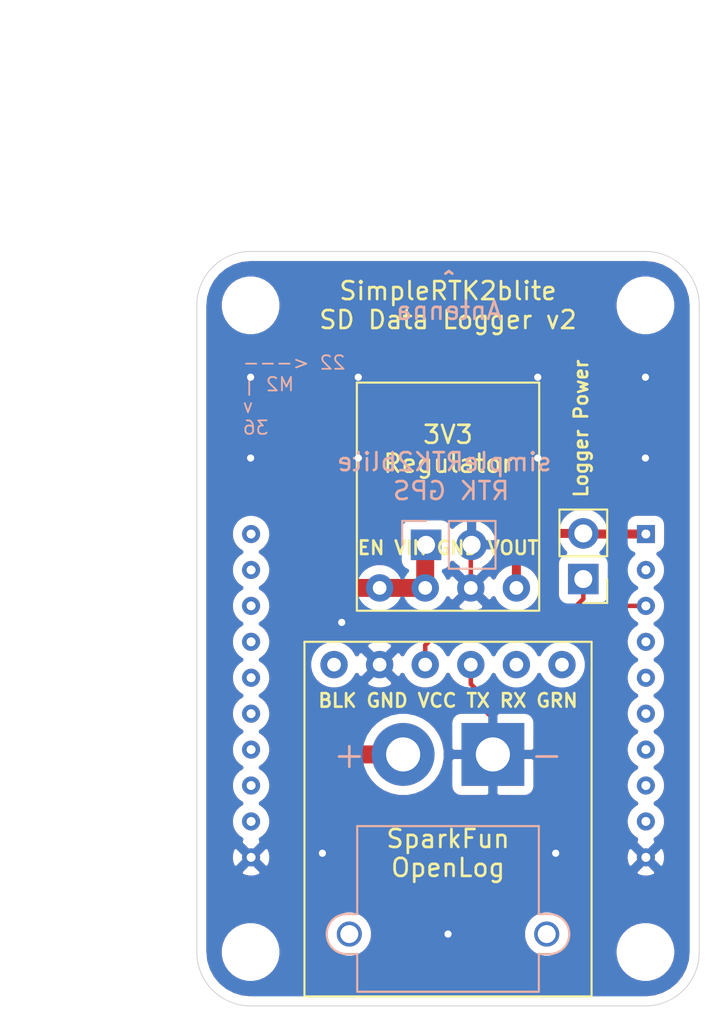
<source format=kicad_pcb>
(kicad_pcb (version 20171130) (host pcbnew "(5.1.5)-3")

  (general
    (thickness 1.6)
    (drawings 19)
    (tracks 50)
    (zones 0)
    (modules 10)
    (nets 5)
  )

  (page A4)
  (layers
    (0 F.Cu signal)
    (31 B.Cu signal)
    (32 B.Adhes user)
    (33 F.Adhes user)
    (34 B.Paste user)
    (35 F.Paste user)
    (36 B.SilkS user)
    (37 F.SilkS user)
    (38 B.Mask user)
    (39 F.Mask user)
    (40 Dwgs.User user)
    (41 Cmts.User user)
    (42 Eco1.User user)
    (43 Eco2.User user)
    (44 Edge.Cuts user)
    (45 Margin user)
    (46 B.CrtYd user)
    (47 F.CrtYd user)
    (48 B.Fab user hide)
    (49 F.Fab user hide)
  )

  (setup
    (last_trace_width 0.25)
    (trace_clearance 0.2)
    (zone_clearance 0.508)
    (zone_45_only no)
    (trace_min 0.2)
    (via_size 0.8)
    (via_drill 0.4)
    (via_min_size 0.4)
    (via_min_drill 0.3)
    (uvia_size 0.3)
    (uvia_drill 0.1)
    (uvias_allowed no)
    (uvia_min_size 0.2)
    (uvia_min_drill 0.1)
    (edge_width 0.05)
    (segment_width 0.2)
    (pcb_text_width 0.3)
    (pcb_text_size 1.5 1.5)
    (mod_edge_width 0.12)
    (mod_text_size 1 1)
    (mod_text_width 0.15)
    (pad_size 1.524 1.524)
    (pad_drill 0.762)
    (pad_to_mask_clearance 0.051)
    (solder_mask_min_width 0.25)
    (aux_axis_origin 0 0)
    (visible_elements 7FFFFFFF)
    (pcbplotparams
      (layerselection 0x010f0_ffffffff)
      (usegerberextensions false)
      (usegerberattributes false)
      (usegerberadvancedattributes false)
      (creategerberjobfile false)
      (excludeedgelayer true)
      (linewidth 0.100000)
      (plotframeref false)
      (viasonmask false)
      (mode 1)
      (useauxorigin false)
      (hpglpennumber 1)
      (hpglpenspeed 20)
      (hpglpendiameter 15.000000)
      (psnegative false)
      (psa4output false)
      (plotreference true)
      (plotvalue true)
      (plotinvisibletext false)
      (padsonsilk false)
      (subtractmaskfromsilk false)
      (outputformat 1)
      (mirror false)
      (drillshape 0)
      (scaleselection 1)
      (outputdirectory "outputs/"))
  )

  (net 0 "")
  (net 1 +BATT)
  (net 2 Earth)
  (net 3 +3V3)
  (net 4 "Net-(J2-Pad1)")

  (net_class Default "This is the default net class."
    (clearance 0.2)
    (trace_width 0.25)
    (via_dia 0.8)
    (via_drill 0.4)
    (uvia_dia 0.3)
    (uvia_drill 0.1)
    (add_net Earth)
    (add_net "Net-(J2-Pad1)")
  )

  (net_class Power ""
    (clearance 0.2)
    (trace_width 0.5)
    (via_dia 0.8)
    (via_drill 0.4)
    (uvia_dia 0.3)
    (uvia_drill 0.1)
    (add_net +3V3)
  )

  (net_class Power_Batt ""
    (clearance 0.2)
    (trace_width 1)
    (via_dia 0.8)
    (via_drill 0.4)
    (uvia_dia 0.3)
    (uvia_drill 0.1)
    (add_net +BATT)
  )

  (module Connector_PinHeader_2.54mm:PinHeader_1x02_P2.54mm_Vertical (layer F.Cu) (tedit 59FED5CC) (tstamp 608B3288)
    (at 121.539 118.237 180)
    (descr "Through hole straight pin header, 1x02, 2.54mm pitch, single row")
    (tags "Through hole pin header THT 1x02 2.54mm single row")
    (path /608B4439)
    (fp_text reference J2 (at 0 -2.33) (layer F.Fab)
      (effects (font (size 1 1) (thickness 0.15)))
    )
    (fp_text value Conn_01x02_Male (at 0 4.87) (layer F.Fab)
      (effects (font (size 1 1) (thickness 0.15)))
    )
    (fp_text user %R (at 0 1.27 90) (layer F.Fab)
      (effects (font (size 1 1) (thickness 0.15)))
    )
    (fp_line (start 1.8 -1.8) (end -1.8 -1.8) (layer F.CrtYd) (width 0.05))
    (fp_line (start 1.8 4.35) (end 1.8 -1.8) (layer F.CrtYd) (width 0.05))
    (fp_line (start -1.8 4.35) (end 1.8 4.35) (layer F.CrtYd) (width 0.05))
    (fp_line (start -1.8 -1.8) (end -1.8 4.35) (layer F.CrtYd) (width 0.05))
    (fp_line (start -1.33 -1.33) (end 0 -1.33) (layer F.SilkS) (width 0.12))
    (fp_line (start -1.33 0) (end -1.33 -1.33) (layer F.SilkS) (width 0.12))
    (fp_line (start -1.33 1.27) (end 1.33 1.27) (layer F.SilkS) (width 0.12))
    (fp_line (start 1.33 1.27) (end 1.33 3.87) (layer F.SilkS) (width 0.12))
    (fp_line (start -1.33 1.27) (end -1.33 3.87) (layer F.SilkS) (width 0.12))
    (fp_line (start -1.33 3.87) (end 1.33 3.87) (layer F.SilkS) (width 0.12))
    (fp_line (start -1.27 -0.635) (end -0.635 -1.27) (layer F.Fab) (width 0.1))
    (fp_line (start -1.27 3.81) (end -1.27 -0.635) (layer F.Fab) (width 0.1))
    (fp_line (start 1.27 3.81) (end -1.27 3.81) (layer F.Fab) (width 0.1))
    (fp_line (start 1.27 -1.27) (end 1.27 3.81) (layer F.Fab) (width 0.1))
    (fp_line (start -0.635 -1.27) (end 1.27 -1.27) (layer F.Fab) (width 0.1))
    (pad 2 thru_hole oval (at 0 2.54 180) (size 1.7 1.7) (drill 1) (layers *.Cu *.Mask)
      (net 3 +3V3))
    (pad 1 thru_hole rect (at 0 0 180) (size 1.7 1.7) (drill 1) (layers *.Cu *.Mask)
      (net 4 "Net-(J2-Pad1)"))
    (model ${KISYS3DMOD}/Connector_PinHeader_2.54mm.3dshapes/PinHeader_1x02_P2.54mm_Vertical.wrl
      (at (xyz 0 0 0))
      (scale (xyz 1 1 1))
      (rotate (xyz 0 0 0))
    )
  )

  (module Connector_PinHeader_2.54mm:PinHeader_1x02_P2.54mm_Vertical (layer B.Cu) (tedit 59FED5CC) (tstamp 5FF907F2)
    (at 112.776 116.332 270)
    (descr "Through hole straight pin header, 1x02, 2.54mm pitch, single row")
    (tags "Through hole pin header THT 1x02 2.54mm single row")
    (path /5FF9230C)
    (fp_text reference C1 (at 0 2.33 270) (layer B.Fab)
      (effects (font (size 1 1) (thickness 0.15)) (justify mirror))
    )
    (fp_text value CAP (at 0 -4.87 270) (layer B.Fab)
      (effects (font (size 1 1) (thickness 0.15)) (justify mirror))
    )
    (fp_text user %R (at 0 -1.27) (layer B.Fab)
      (effects (font (size 1 1) (thickness 0.15)) (justify mirror))
    )
    (fp_line (start 1.8 1.8) (end -1.8 1.8) (layer B.CrtYd) (width 0.05))
    (fp_line (start 1.8 -4.35) (end 1.8 1.8) (layer B.CrtYd) (width 0.05))
    (fp_line (start -1.8 -4.35) (end 1.8 -4.35) (layer B.CrtYd) (width 0.05))
    (fp_line (start -1.8 1.8) (end -1.8 -4.35) (layer B.CrtYd) (width 0.05))
    (fp_line (start -1.33 1.33) (end 0 1.33) (layer B.SilkS) (width 0.12))
    (fp_line (start -1.33 0) (end -1.33 1.33) (layer B.SilkS) (width 0.12))
    (fp_line (start -1.33 -1.27) (end 1.33 -1.27) (layer B.SilkS) (width 0.12))
    (fp_line (start 1.33 -1.27) (end 1.33 -3.87) (layer B.SilkS) (width 0.12))
    (fp_line (start -1.33 -1.27) (end -1.33 -3.87) (layer B.SilkS) (width 0.12))
    (fp_line (start -1.33 -3.87) (end 1.33 -3.87) (layer B.SilkS) (width 0.12))
    (fp_line (start -1.27 0.635) (end -0.635 1.27) (layer B.Fab) (width 0.1))
    (fp_line (start -1.27 -3.81) (end -1.27 0.635) (layer B.Fab) (width 0.1))
    (fp_line (start 1.27 -3.81) (end -1.27 -3.81) (layer B.Fab) (width 0.1))
    (fp_line (start 1.27 1.27) (end 1.27 -3.81) (layer B.Fab) (width 0.1))
    (fp_line (start -0.635 1.27) (end 1.27 1.27) (layer B.Fab) (width 0.1))
    (pad 2 thru_hole oval (at 0 -2.54 270) (size 1.7 1.7) (drill 1) (layers *.Cu *.Mask)
      (net 2 Earth))
    (pad 1 thru_hole rect (at 0 0 270) (size 1.7 1.7) (drill 1) (layers *.Cu *.Mask)
      (net 1 +BATT))
    (model ${KISYS3DMOD}/Connector_PinHeader_2.54mm.3dshapes/PinHeader_1x02_P2.54mm_Vertical.wrl
      (at (xyz 0 0 0))
      (scale (xyz 1 1 1))
      (rotate (xyz 0 0 0))
    )
  )

  (module ARCL:simpleRTK2blite_THT (layer B.Cu) (tedit 5FDAC885) (tstamp 608B32EC)
    (at 114.85 107.45 180)
    (path /5FDABC20)
    (fp_text reference U1 (at 0 -24.13) (layer F.Fab)
      (effects (font (size 1 1) (thickness 0.15)))
    )
    (fp_text value simpleRTK2blite (at 0 -21.59) (layer F.Fab)
      (effects (font (size 1 1) (thickness 0.15)))
    )
    (pad 18 thru_hole circle (at 11.824 -12.281 180) (size 1.008 1.008) (drill 0.5) (layers *.Cu *.Mask))
    (pad 17 thru_hole circle (at 11.824 -14.281 180) (size 1.008 1.008) (drill 0.5) (layers *.Cu *.Mask))
    (pad 4 thru_hole circle (at -10.176 -14.281 180) (size 1.008 1.008) (drill 0.5) (layers *.Cu *.Mask))
    (pad 20 thru_hole circle (at 11.824 -8.281 180) (size 1.008 1.008) (drill 0.5) (layers *.Cu *.Mask))
    (pad 15 thru_hole circle (at 11.824 -18.281 180) (size 1.008 1.008) (drill 0.5) (layers *.Cu *.Mask))
    (pad 12 thru_hole circle (at 11.824 -24.281 180) (size 1.008 1.008) (drill 0.5) (layers *.Cu *.Mask))
    (pad 16 thru_hole circle (at 11.824 -16.281 180) (size 1.008 1.008) (drill 0.5) (layers *.Cu *.Mask))
    (pad 13 thru_hole circle (at 11.824 -22.281 180) (size 1.008 1.008) (drill 0.5) (layers *.Cu *.Mask))
    (pad 19 thru_hole circle (at 11.824 -10.281 180) (size 1.008 1.008) (drill 0.5) (layers *.Cu *.Mask))
    (pad 10 thru_hole circle (at -10.176 -26.281 180) (size 1.008 1.008) (drill 0.5) (layers *.Cu *.Mask)
      (net 2 Earth))
    (pad 3 thru_hole circle (at -10.176 -12.281 180) (size 1.008 1.008) (drill 0.5) (layers *.Cu *.Mask))
    (pad 8 thru_hole circle (at -10.176 -22.281 180) (size 1.008 1.008) (drill 0.5) (layers *.Cu *.Mask))
    (pad 14 thru_hole circle (at 11.824 -20.281 180) (size 1.008 1.008) (drill 0.5) (layers *.Cu *.Mask))
    (pad 7 thru_hole circle (at -10.176 -20.281 180) (size 1.008 1.008) (drill 0.5) (layers *.Cu *.Mask))
    (pad 1 thru_hole rect (at -10.176 -8.281 180) (size 1.008 1.008) (drill 0.5) (layers *.Cu *.Mask)
      (net 3 +3V3))
    (pad 11 thru_hole circle (at 11.824 -26.281 180) (size 1.008 1.008) (drill 0.5) (layers *.Cu *.Mask)
      (net 2 Earth))
    (pad 9 thru_hole circle (at -10.176 -24.281 180) (size 1.008 1.008) (drill 0.5) (layers *.Cu *.Mask))
    (pad 2 thru_hole circle (at -10.176 -10.281 180) (size 1.008 1.008) (drill 0.5) (layers *.Cu *.Mask))
    (pad 5 thru_hole circle (at -10.176 -16.281 180) (size 1.008 1.008) (drill 0.5) (layers *.Cu *.Mask))
    (pad 6 thru_hole circle (at -10.176 -18.281 180) (size 1.008 1.008) (drill 0.5) (layers *.Cu *.Mask))
    (model ${KIPRJMOD}/lib/kicad-libraries/3D_models/simpleRTK2Blite.STEP
      (offset (xyz 0.8 -12.65 4.54))
      (scale (xyz 1 1 1))
      (rotate (xyz -90 0 0))
    )
  )

  (module MountingHole:MountingHole_2.2mm_M2 (layer F.Cu) (tedit 56D1B4CB) (tstamp 5FDB26DA)
    (at 125 103)
    (descr "Mounting Hole 2.2mm, no annular, M2")
    (tags "mounting hole 2.2mm no annular m2")
    (path /5FDB5FBF)
    (attr virtual)
    (fp_text reference H4 (at 0 -3.2) (layer F.Fab)
      (effects (font (size 1 1) (thickness 0.15)))
    )
    (fp_text value MountingHole (at 0 3.2) (layer F.Fab)
      (effects (font (size 1 1) (thickness 0.15)))
    )
    (fp_circle (center 0 0) (end 2.45 0) (layer F.CrtYd) (width 0.05))
    (fp_circle (center 0 0) (end 2.2 0) (layer Cmts.User) (width 0.15))
    (fp_text user %R (at 0.3 0) (layer F.Fab)
      (effects (font (size 1 1) (thickness 0.15)))
    )
    (pad 1 np_thru_hole circle (at 0 0) (size 2.2 2.2) (drill 2.2) (layers *.Cu *.Mask))
  )

  (module MountingHole:MountingHole_2.2mm_M2 (layer F.Cu) (tedit 56D1B4CB) (tstamp 5FDB269B)
    (at 103 103)
    (descr "Mounting Hole 2.2mm, no annular, M2")
    (tags "mounting hole 2.2mm no annular m2")
    (path /5FDB5E5C)
    (attr virtual)
    (fp_text reference H3 (at 0 -3.2) (layer F.Fab)
      (effects (font (size 1 1) (thickness 0.15)))
    )
    (fp_text value MountingHole (at 0 3.2) (layer F.Fab)
      (effects (font (size 1 1) (thickness 0.15)))
    )
    (fp_circle (center 0 0) (end 2.45 0) (layer F.CrtYd) (width 0.05))
    (fp_circle (center 0 0) (end 2.2 0) (layer Cmts.User) (width 0.15))
    (fp_text user %R (at 0.3 0) (layer F.Fab)
      (effects (font (size 1 1) (thickness 0.15)))
    )
    (pad 1 np_thru_hole circle (at 0 0) (size 2.2 2.2) (drill 2.2) (layers *.Cu *.Mask))
  )

  (module MountingHole:MountingHole_2.2mm_M2 (layer F.Cu) (tedit 56D1B4CB) (tstamp 5FDB26B0)
    (at 103 139)
    (descr "Mounting Hole 2.2mm, no annular, M2")
    (tags "mounting hole 2.2mm no annular m2")
    (path /5FDB5C5F)
    (attr virtual)
    (fp_text reference H2 (at 0 -3.2) (layer F.Fab)
      (effects (font (size 1 1) (thickness 0.15)))
    )
    (fp_text value MountingHole (at 0 3.2) (layer F.Fab)
      (effects (font (size 1 1) (thickness 0.15)))
    )
    (fp_circle (center 0 0) (end 2.45 0) (layer F.CrtYd) (width 0.05))
    (fp_circle (center 0 0) (end 2.2 0) (layer Cmts.User) (width 0.15))
    (fp_text user %R (at 0.3 0) (layer F.Fab)
      (effects (font (size 1 1) (thickness 0.15)))
    )
    (pad 1 np_thru_hole circle (at 0 0) (size 2.2 2.2) (drill 2.2) (layers *.Cu *.Mask))
  )

  (module MountingHole:MountingHole_2.2mm_M2 (layer F.Cu) (tedit 56D1B4CB) (tstamp 5FDB26C5)
    (at 125 139)
    (descr "Mounting Hole 2.2mm, no annular, M2")
    (tags "mounting hole 2.2mm no annular m2")
    (path /5FDB5733)
    (attr virtual)
    (fp_text reference H1 (at 0 -3.2) (layer F.Fab)
      (effects (font (size 1 1) (thickness 0.15)))
    )
    (fp_text value MountingHole (at 0 3.2) (layer F.Fab)
      (effects (font (size 1 1) (thickness 0.15)))
    )
    (fp_circle (center 0 0) (end 2.45 0) (layer F.CrtYd) (width 0.05))
    (fp_circle (center 0 0) (end 2.2 0) (layer Cmts.User) (width 0.15))
    (fp_text user %R (at 0.3 0) (layer F.Fab)
      (effects (font (size 1 1) (thickness 0.15)))
    )
    (pad 1 np_thru_hole circle (at 0 0) (size 2.2 2.2) (drill 2.2) (layers *.Cu *.Mask))
  )

  (module Connector_AMASS:AMASS_XT30PW-M_1x02_P2.50mm_Horizontal (layer B.Cu) (tedit 5C8EB279) (tstamp 5FDB2627)
    (at 116.5 128)
    (descr "Connector XT30 Horizontal PCB Male, https://www.tme.eu/en/Document/ce4077e36b79046da520ca73227e15de/XT30PW%20SPEC.pdf")
    (tags "RC Connector XT30")
    (path /5FDB1600)
    (fp_text reference J1 (at -2.5 14.5) (layer F.Fab)
      (effects (font (size 1 1) (thickness 0.15)) (justify mirror))
    )
    (fp_text value Conn_01x02_Male (at -2.5 -3.5) (layer F.Fab)
      (effects (font (size 1 1) (thickness 0.15)) (justify mirror))
    )
    (fp_text user + (at -8 0) (layer B.SilkS)
      (effects (font (size 1.5 1.5) (thickness 0.15)) (justify mirror))
    )
    (fp_text user - (at 3 0) (layer B.SilkS)
      (effects (font (size 1.5 1.5) (thickness 0.15)) (justify mirror))
    )
    (fp_arc (start 3.15 10) (end 3.15 8.89) (angle 180) (layer B.SilkS) (width 0.12))
    (fp_arc (start -8.15 10) (end -8.15 11.11) (angle 180) (layer B.SilkS) (width 0.12))
    (fp_arc (start -8.15 10) (end -8.15 11) (angle 180) (layer B.Fab) (width 0.1))
    (fp_arc (start 3.15 10) (end 3.15 9) (angle 180) (layer B.Fab) (width 0.1))
    (fp_line (start 2.56 13.21) (end 2.56 11.11) (layer B.SilkS) (width 0.12))
    (fp_line (start -9.65 13.6) (end 4.65 13.6) (layer B.CrtYd) (width 0.05))
    (fp_line (start 4.65 13.6) (end 4.65 -2.25) (layer B.CrtYd) (width 0.05))
    (fp_line (start -9.65 -2.25) (end 4.65 -2.25) (layer B.CrtYd) (width 0.05))
    (fp_line (start -9.65 13.6) (end -9.65 -2.25) (layer B.CrtYd) (width 0.05))
    (fp_line (start -8.15 8.89) (end -7.56 8.89) (layer B.SilkS) (width 0.12))
    (fp_line (start -8.15 11.11) (end -7.56 11.11) (layer B.SilkS) (width 0.12))
    (fp_line (start 2.56 11.11) (end 3.15 11.11) (layer B.SilkS) (width 0.12))
    (fp_line (start 2.56 8.89) (end 3.15 8.89) (layer B.SilkS) (width 0.12))
    (fp_line (start -7.45 9) (end -7.45 4.1) (layer B.Fab) (width 0.1))
    (fp_line (start 2.45 9) (end 2.45 4.1) (layer B.Fab) (width 0.1))
    (fp_line (start -8.15 9) (end -7.45 9) (layer B.Fab) (width 0.1))
    (fp_line (start 2.45 9) (end 3.15 9) (layer B.Fab) (width 0.1))
    (fp_line (start 2.45 11) (end 3.15 11) (layer B.Fab) (width 0.1))
    (fp_line (start -8.15 11) (end -7.45 11) (layer B.Fab) (width 0.1))
    (fp_line (start 2.56 8.89) (end 2.56 3.99) (layer B.SilkS) (width 0.12))
    (fp_line (start -7.56 13.21) (end -7.56 11.11) (layer B.SilkS) (width 0.12))
    (fp_line (start -7.56 8.89) (end -7.56 3.99) (layer B.SilkS) (width 0.12))
    (fp_line (start -7.56 3.99) (end 2.56 3.99) (layer B.SilkS) (width 0.12))
    (fp_line (start -7.56 13.21) (end 2.56 13.21) (layer B.SilkS) (width 0.12))
    (fp_line (start -7.45 13.1) (end 2.45 13.1) (layer B.Fab) (width 0.1))
    (fp_line (start -7.45 4.1) (end 2.45 4.1) (layer B.Fab) (width 0.1))
    (fp_line (start -7.45 13.1) (end -7.45 11) (layer B.Fab) (width 0.1))
    (fp_line (start 2.45 13.1) (end 2.45 11) (layer B.Fab) (width 0.1))
    (fp_text user %R (at -2.5 3) (layer F.Fab)
      (effects (font (size 1 1) (thickness 0.15)) (justify mirror))
    )
    (pad 2 thru_hole circle (at -5 0) (size 3.5 3.5) (drill 1.9) (layers *.Cu *.Mask)
      (net 1 +BATT))
    (pad 1 thru_hole rect (at 0 0) (size 3.5 3.5) (drill 1.9) (layers *.Cu *.Mask)
      (net 2 Earth))
    (pad "" thru_hole circle (at -8 10) (size 1.4 1.4) (drill 1) (layers *.Cu *.Mask))
    (pad "" thru_hole circle (at 3 10) (size 1.4 1.4) (drill 1) (layers *.Cu *.Mask))
    (model ${KIPRJMOD}/lib/kicad-libraries/3D_models/XT30PW_male.STEP
      (offset (xyz -2.5 4 2.5))
      (scale (xyz 1 1 1))
      (rotate (xyz -90 0 180))
    )
  )

  (module ARCL:Pololu_D24V5Fx (layer F.Cu) (tedit 5FDABCA0) (tstamp 5FDB267E)
    (at 114 120)
    (path /5FDAB86B)
    (fp_text reference U3 (at 0 -3.81) (layer F.Fab)
      (effects (font (size 1 1) (thickness 0.15)))
    )
    (fp_text value Pololu_D24V5Fx (at 0 1.27) (layer F.Fab)
      (effects (font (size 1 1) (thickness 0.15)))
    )
    (fp_line (start -5.08 -12.7) (end -5.08 0) (layer F.SilkS) (width 0.12))
    (fp_line (start 5.08 -12.7) (end -5.08 -12.7) (layer F.SilkS) (width 0.12))
    (fp_line (start 5.08 0) (end 5.08 -12.7) (layer F.SilkS) (width 0.12))
    (fp_line (start -5.08 0) (end 5.08 0) (layer F.SilkS) (width 0.12))
    (pad 4 thru_hole circle (at 3.81 -1.27) (size 1.524 1.524) (drill 0.762) (layers *.Cu *.Mask)
      (net 3 +3V3))
    (pad 3 thru_hole circle (at 1.27 -1.27) (size 1.524 1.524) (drill 0.762) (layers *.Cu *.Mask)
      (net 2 Earth))
    (pad 2 thru_hole circle (at -1.27 -1.27) (size 1.524 1.524) (drill 0.762) (layers *.Cu *.Mask)
      (net 1 +BATT))
    (pad 1 thru_hole circle (at -3.81 -1.27) (size 1.524 1.524) (drill 0.762) (layers *.Cu *.Mask)
      (net 1 +BATT))
    (model ${KIPRJMOD}/lib/kicad-libraries/3D_models/Pololu_D24V5Fx.STEP
      (offset (xyz 0 0 2.54))
      (scale (xyz 1 1 1))
      (rotate (xyz -90 0 0))
    )
  )

  (module ARCL:OpenLog (layer F.Cu) (tedit 5FDABB6D) (tstamp 5FDB25E7)
    (at 114 123 180)
    (path /5FDAC861)
    (fp_text reference U2 (at 0 -8.89) (layer F.Fab)
      (effects (font (size 1 1) (thickness 0.15)))
    )
    (fp_text value OpenLog (at 0 -6.35) (layer F.Fab)
      (effects (font (size 1 1) (thickness 0.15)))
    )
    (fp_line (start -8 -18.47) (end -8 1.27) (layer F.SilkS) (width 0.12))
    (fp_line (start -8 -18.47) (end 8 -18.47) (layer F.SilkS) (width 0.12))
    (fp_line (start 8 1.27) (end 8 -18.47) (layer F.SilkS) (width 0.12))
    (fp_line (start -8 1.27) (end 8 1.27) (layer F.SilkS) (width 0.12))
    (pad 6 thru_hole circle (at 6.35 0 180) (size 1.524 1.524) (drill 0.762) (layers *.Cu *.Mask))
    (pad 5 thru_hole circle (at 3.81 0 180) (size 1.524 1.524) (drill 0.762) (layers *.Cu *.Mask)
      (net 2 Earth))
    (pad 4 thru_hole circle (at 1.27 0 180) (size 1.524 1.524) (drill 0.762) (layers *.Cu *.Mask)
      (net 4 "Net-(J2-Pad1)"))
    (pad 3 thru_hole circle (at -1.27 0 180) (size 1.524 1.524) (drill 0.762) (layers *.Cu *.Mask))
    (pad 2 thru_hole circle (at -3.81 0 180) (size 1.524 1.524) (drill 0.762) (layers *.Cu *.Mask))
    (pad 1 thru_hole circle (at -6.35 0 180) (size 1.524 1.524) (drill 0.762) (layers *.Cu *.Mask))
    (model ${KIPRJMOD}/lib/kicad-libraries/3D_models/Sparkfun_OpenLog.STEP
      (offset (xyz 0 -1.27 2.54))
      (scale (xyz 1 1 1))
      (rotate (xyz -90 0 0))
    )
  )

  (gr_text "Logger Power" (at 121.412 109.855 90) (layer F.SilkS) (tstamp 608B3646)
    (effects (font (size 0.75 0.75) (thickness 0.15)))
  )
  (gr_text "simpleRTK2blite\nRTK GPS " (at 113.792 112.522) (layer B.SilkS) (tstamp 5FDB3C89)
    (effects (font (size 1 1) (thickness 0.15)) (justify mirror))
  )
  (gr_text "SparkFun\nOpenLog" (at 114 133.5) (layer F.SilkS) (tstamp 5FDB33EB)
    (effects (font (size 1 1) (thickness 0.15)))
  )
  (gr_text "BLK GND VCC TX RX GRN" (at 114 125) (layer F.SilkS) (tstamp 5FDB332D)
    (effects (font (size 0.75 0.75) (thickness 0.15)))
  )
  (gr_text "3V3\nRegulator" (at 114 111) (layer F.SilkS)
    (effects (font (size 1 1) (thickness 0.15)))
  )
  (gr_text "EN VIN GND VOUT" (at 114 116.5) (layer F.SilkS)
    (effects (font (size 0.75 0.75) (thickness 0.15)))
  )
  (gr_text "^\nAntenna" (at 114.046 102.489) (layer B.SilkS) (tstamp 5FF9014F)
    (effects (font (size 1 1) (thickness 0.15)) (justify mirror))
  )
  (gr_text "22 <---\nM2 |\nv\n36" (at 102.5 108) (layer B.SilkS)
    (effects (font (size 0.75 0.75) (thickness 0.1)) (justify right mirror))
  )
  (gr_text "SimpleRTK2blite\nSD Data Logger v2" (at 114 103) (layer F.SilkS) (tstamp 5FF90A0C)
    (effects (font (size 1 1) (thickness 0.15)))
  )
  (gr_arc (start 125 103) (end 128 103) (angle -90) (layer Edge.Cuts) (width 0.05))
  (gr_arc (start 125 139) (end 125 142) (angle -90) (layer Edge.Cuts) (width 0.05))
  (gr_arc (start 103 139) (end 100 139) (angle -90) (layer Edge.Cuts) (width 0.05))
  (gr_arc (start 103 103) (end 103 100) (angle -90) (layer Edge.Cuts) (width 0.05))
  (dimension 36 (width 0.15) (layer Dwgs.User)
    (gr_text "36.000 mm" (at 92.7 121 90) (layer Dwgs.User)
      (effects (font (size 1 1) (thickness 0.15)))
    )
    (feature1 (pts (xy 103 103) (xy 93.413579 103)))
    (feature2 (pts (xy 103 139) (xy 93.413579 139)))
    (crossbar (pts (xy 94 139) (xy 94 103)))
    (arrow1a (pts (xy 94 103) (xy 94.586421 104.126504)))
    (arrow1b (pts (xy 94 103) (xy 93.413579 104.126504)))
    (arrow2a (pts (xy 94 139) (xy 94.586421 137.873496)))
    (arrow2b (pts (xy 94 139) (xy 93.413579 137.873496)))
  )
  (dimension 22 (width 0.15) (layer Dwgs.User)
    (gr_text "22.000 mm" (at 114 86.700001) (layer Dwgs.User)
      (effects (font (size 1 1) (thickness 0.15)))
    )
    (feature1 (pts (xy 103 103) (xy 103 87.41358)))
    (feature2 (pts (xy 125 103) (xy 125 87.41358)))
    (crossbar (pts (xy 125 88.000001) (xy 103 88.000001)))
    (arrow1a (pts (xy 103 88.000001) (xy 104.126504 87.41358)))
    (arrow1b (pts (xy 103 88.000001) (xy 104.126504 88.586422)))
    (arrow2a (pts (xy 125 88.000001) (xy 123.873496 87.41358)))
    (arrow2b (pts (xy 125 88.000001) (xy 123.873496 88.586422)))
  )
  (gr_line (start 103 142) (end 125 142) (layer Edge.Cuts) (width 0.05))
  (gr_line (start 128 103) (end 128 139) (layer Edge.Cuts) (width 0.05))
  (gr_line (start 100 103) (end 100 139) (layer Edge.Cuts) (width 0.05))
  (gr_line (start 103 100) (end 125 100) (layer Edge.Cuts) (width 0.05))

  (segment (start 115.27 124.07763) (end 115.90637 124.714) (width 0.25) (layer F.Cu) (net 0))
  (segment (start 123.855 119.731) (end 125.026 119.731) (width 0.25) (layer F.Cu) (net 0))
  (segment (start 120.755763 124.714) (end 122.936 122.533763) (width 0.25) (layer F.Cu) (net 0))
  (segment (start 115.90637 124.714) (end 120.755763 124.714) (width 0.25) (layer F.Cu) (net 0))
  (segment (start 122.936 120.65) (end 123.855 119.731) (width 0.25) (layer F.Cu) (net 0))
  (segment (start 115.27 123) (end 115.27 124.07763) (width 0.25) (layer F.Cu) (net 0))
  (segment (start 122.936 122.533763) (end 122.936 120.65) (width 0.25) (layer F.Cu) (net 0))
  (segment (start 109.025127 128) (end 105.5 124.474873) (width 1) (layer F.Cu) (net 1))
  (segment (start 111.5 128) (end 109.025127 128) (width 1) (layer F.Cu) (net 1))
  (segment (start 105.5 124.474873) (end 105.5 121) (width 1) (layer F.Cu) (net 1))
  (segment (start 107.77 118.73) (end 110.19 118.73) (width 1) (layer F.Cu) (net 1))
  (segment (start 105.5 121) (end 107.77 118.73) (width 1) (layer F.Cu) (net 1))
  (segment (start 112.73 118.73) (end 110.19 118.73) (width 1) (layer F.Cu) (net 1))
  (segment (start 112.73 116.124) (end 112.776 116.078) (width 1) (layer F.Cu) (net 1))
  (segment (start 112.73 116.378) (end 112.776 116.332) (width 1) (layer F.Cu) (net 1))
  (segment (start 112.73 118.73) (end 112.73 116.378) (width 1) (layer F.Cu) (net 1))
  (segment (start 110.19 123) (end 112.69 120.5) (width 0.25) (layer F.Cu) (net 2))
  (segment (start 113.5 120.5) (end 115.27 118.73) (width 0.25) (layer F.Cu) (net 2))
  (segment (start 112.69 120.5) (end 113.5 120.5) (width 0.25) (layer F.Cu) (net 2))
  (segment (start 116.5 126) (end 116 125.5) (width 0.25) (layer F.Cu) (net 2))
  (segment (start 116.5 128) (end 116.5 126) (width 0.25) (layer F.Cu) (net 2))
  (segment (start 112.69 125.5) (end 110.19 123) (width 0.25) (layer F.Cu) (net 2))
  (segment (start 116 125.5) (end 112.69 125.5) (width 0.25) (layer F.Cu) (net 2))
  (segment (start 120.231 133.731) (end 120 133.5) (width 0.25) (layer F.Cu) (net 2))
  (via (at 103 107) (size 0.8) (drill 0.4) (layers F.Cu B.Cu) (net 2))
  (via (at 103 111.5) (size 0.8) (drill 0.4) (layers F.Cu B.Cu) (net 2))
  (via (at 125 107) (size 0.8) (drill 0.4) (layers F.Cu B.Cu) (net 2))
  (via (at 125 111.5) (size 0.8) (drill 0.4) (layers F.Cu B.Cu) (net 2))
  (via (at 119 111.5) (size 0.8) (drill 0.4) (layers F.Cu B.Cu) (net 2))
  (via (at 109 111.5) (size 0.8) (drill 0.4) (layers F.Cu B.Cu) (net 2))
  (via (at 109 107) (size 0.8) (drill 0.4) (layers F.Cu B.Cu) (net 2))
  (via (at 119 107) (size 0.8) (drill 0.4) (layers F.Cu B.Cu) (net 2))
  (via (at 114 138) (size 0.8) (drill 0.4) (layers F.Cu B.Cu) (net 2))
  (via (at 107 133.5) (size 0.8) (drill 0.4) (layers F.Cu B.Cu) (net 2))
  (via (at 120 133.5) (size 0.8) (drill 0.4) (layers F.Cu B.Cu) (net 2))
  (segment (start 106.769 133.731) (end 107 133.5) (width 0.25) (layer F.Cu) (net 2))
  (segment (start 115.27 116.084) (end 115.276 116.078) (width 0.25) (layer F.Cu) (net 2))
  (segment (start 115.27 116.378) (end 115.316 116.332) (width 0.25) (layer F.Cu) (net 2))
  (segment (start 115.27 118.73) (end 115.27 116.378) (width 0.25) (layer F.Cu) (net 2))
  (via (at 108.077 120.65) (size 0.8) (drill 0.4) (layers F.Cu B.Cu) (net 2))
  (segment (start 117.81 118.73) (end 117.81 117.267) (width 0.5) (layer F.Cu) (net 3))
  (segment (start 119.38 115.697) (end 121.539 115.697) (width 0.5) (layer F.Cu) (net 3))
  (segment (start 117.81 117.267) (end 119.38 115.697) (width 0.5) (layer F.Cu) (net 3))
  (segment (start 121.573 115.731) (end 121.539 115.697) (width 0.5) (layer F.Cu) (net 3))
  (segment (start 125.026 115.731) (end 121.573 115.731) (width 0.5) (layer F.Cu) (net 3))
  (segment (start 112.73 121.92237) (end 113.36737 121.285) (width 0.25) (layer F.Cu) (net 4))
  (segment (start 112.73 123) (end 112.73 121.92237) (width 0.25) (layer F.Cu) (net 4))
  (segment (start 121.539 119.337) (end 121.539 118.237) (width 0.25) (layer F.Cu) (net 4))
  (segment (start 119.591 121.285) (end 121.539 119.337) (width 0.25) (layer F.Cu) (net 4))
  (segment (start 113.36737 121.285) (end 119.591 121.285) (width 0.25) (layer F.Cu) (net 4))

  (zone (net 2) (net_name Earth) (layer F.Cu) (tstamp 0) (hatch edge 0.508)
    (connect_pads (clearance 0.508))
    (min_thickness 0.254)
    (fill yes (arc_segments 32) (thermal_gap 0.508) (thermal_bridge_width 0.508))
    (polygon
      (pts
        (xy 128.5 142.5) (xy 99.5 142.5) (xy 99.5 99.5) (xy 128.5 99.5)
      )
    )
    (filled_polygon
      (pts
        (xy 125.453893 100.70767) (xy 125.890498 100.839489) (xy 126.293185 101.0536) (xy 126.646612 101.341848) (xy 126.937327 101.693261)
        (xy 127.154242 102.094439) (xy 127.289106 102.530113) (xy 127.34 103.014344) (xy 127.340001 138.967711) (xy 127.29233 139.453894)
        (xy 127.160512 139.890497) (xy 126.946399 140.293186) (xy 126.65815 140.646613) (xy 126.306739 140.937327) (xy 125.905564 141.15424)
        (xy 125.469886 141.289106) (xy 124.985664 141.34) (xy 103.032279 141.34) (xy 102.546106 141.29233) (xy 102.109503 141.160512)
        (xy 101.706814 140.946399) (xy 101.353387 140.65815) (xy 101.062673 140.306739) (xy 100.84576 139.905564) (xy 100.710894 139.469886)
        (xy 100.66 138.985664) (xy 100.66 138.829117) (xy 101.265 138.829117) (xy 101.265 139.170883) (xy 101.331675 139.506081)
        (xy 101.462463 139.821831) (xy 101.652337 140.105998) (xy 101.894002 140.347663) (xy 102.178169 140.537537) (xy 102.493919 140.668325)
        (xy 102.829117 140.735) (xy 103.170883 140.735) (xy 103.506081 140.668325) (xy 103.821831 140.537537) (xy 104.105998 140.347663)
        (xy 104.347663 140.105998) (xy 104.537537 139.821831) (xy 104.668325 139.506081) (xy 104.735 139.170883) (xy 104.735 138.829117)
        (xy 104.668325 138.493919) (xy 104.537537 138.178169) (xy 104.347663 137.894002) (xy 104.322175 137.868514) (xy 107.165 137.868514)
        (xy 107.165 138.131486) (xy 107.216304 138.389405) (xy 107.316939 138.632359) (xy 107.463038 138.851013) (xy 107.648987 139.036962)
        (xy 107.867641 139.183061) (xy 108.110595 139.283696) (xy 108.368514 139.335) (xy 108.631486 139.335) (xy 108.889405 139.283696)
        (xy 109.132359 139.183061) (xy 109.351013 139.036962) (xy 109.536962 138.851013) (xy 109.683061 138.632359) (xy 109.783696 138.389405)
        (xy 109.835 138.131486) (xy 109.835 137.868514) (xy 118.165 137.868514) (xy 118.165 138.131486) (xy 118.216304 138.389405)
        (xy 118.316939 138.632359) (xy 118.463038 138.851013) (xy 118.648987 139.036962) (xy 118.867641 139.183061) (xy 119.110595 139.283696)
        (xy 119.368514 139.335) (xy 119.631486 139.335) (xy 119.889405 139.283696) (xy 120.132359 139.183061) (xy 120.351013 139.036962)
        (xy 120.536962 138.851013) (xy 120.551592 138.829117) (xy 123.265 138.829117) (xy 123.265 139.170883) (xy 123.331675 139.506081)
        (xy 123.462463 139.821831) (xy 123.652337 140.105998) (xy 123.894002 140.347663) (xy 124.178169 140.537537) (xy 124.493919 140.668325)
        (xy 124.829117 140.735) (xy 125.170883 140.735) (xy 125.506081 140.668325) (xy 125.821831 140.537537) (xy 126.105998 140.347663)
        (xy 126.347663 140.105998) (xy 126.537537 139.821831) (xy 126.668325 139.506081) (xy 126.735 139.170883) (xy 126.735 138.829117)
        (xy 126.668325 138.493919) (xy 126.537537 138.178169) (xy 126.347663 137.894002) (xy 126.105998 137.652337) (xy 125.821831 137.462463)
        (xy 125.506081 137.331675) (xy 125.170883 137.265) (xy 124.829117 137.265) (xy 124.493919 137.331675) (xy 124.178169 137.462463)
        (xy 123.894002 137.652337) (xy 123.652337 137.894002) (xy 123.462463 138.178169) (xy 123.331675 138.493919) (xy 123.265 138.829117)
        (xy 120.551592 138.829117) (xy 120.683061 138.632359) (xy 120.783696 138.389405) (xy 120.835 138.131486) (xy 120.835 137.868514)
        (xy 120.783696 137.610595) (xy 120.683061 137.367641) (xy 120.536962 137.148987) (xy 120.351013 136.963038) (xy 120.132359 136.816939)
        (xy 119.889405 136.716304) (xy 119.631486 136.665) (xy 119.368514 136.665) (xy 119.110595 136.716304) (xy 118.867641 136.816939)
        (xy 118.648987 136.963038) (xy 118.463038 137.148987) (xy 118.316939 137.367641) (xy 118.216304 137.610595) (xy 118.165 137.868514)
        (xy 109.835 137.868514) (xy 109.783696 137.610595) (xy 109.683061 137.367641) (xy 109.536962 137.148987) (xy 109.351013 136.963038)
        (xy 109.132359 136.816939) (xy 108.889405 136.716304) (xy 108.631486 136.665) (xy 108.368514 136.665) (xy 108.110595 136.716304)
        (xy 107.867641 136.816939) (xy 107.648987 136.963038) (xy 107.463038 137.148987) (xy 107.316939 137.367641) (xy 107.216304 137.610595)
        (xy 107.165 137.868514) (xy 104.322175 137.868514) (xy 104.105998 137.652337) (xy 103.821831 137.462463) (xy 103.506081 137.331675)
        (xy 103.170883 137.265) (xy 102.829117 137.265) (xy 102.493919 137.331675) (xy 102.178169 137.462463) (xy 101.894002 137.652337)
        (xy 101.652337 137.894002) (xy 101.462463 138.178169) (xy 101.331675 138.493919) (xy 101.265 138.829117) (xy 100.66 138.829117)
        (xy 100.66 134.512032) (xy 102.424573 134.512032) (xy 102.460173 134.72586) (xy 102.665133 134.817131) (xy 102.883961 134.866663)
        (xy 103.108246 134.872552) (xy 103.329371 134.834572) (xy 103.538838 134.754181) (xy 103.591827 134.72586) (xy 103.627427 134.512032)
        (xy 124.424573 134.512032) (xy 124.460173 134.72586) (xy 124.665133 134.817131) (xy 124.883961 134.866663) (xy 125.108246 134.872552)
        (xy 125.329371 134.834572) (xy 125.538838 134.754181) (xy 125.591827 134.72586) (xy 125.627427 134.512032) (xy 125.026 133.910605)
        (xy 124.424573 134.512032) (xy 103.627427 134.512032) (xy 103.026 133.910605) (xy 102.424573 134.512032) (xy 100.66 134.512032)
        (xy 100.66 133.813246) (xy 101.884448 133.813246) (xy 101.922428 134.034371) (xy 102.002819 134.243838) (xy 102.03114 134.296827)
        (xy 102.244968 134.332427) (xy 102.846395 133.731) (xy 103.205605 133.731) (xy 103.807032 134.332427) (xy 104.02086 134.296827)
        (xy 104.112131 134.091867) (xy 104.161663 133.873039) (xy 104.163232 133.813246) (xy 123.884448 133.813246) (xy 123.922428 134.034371)
        (xy 124.002819 134.243838) (xy 124.03114 134.296827) (xy 124.244968 134.332427) (xy 124.846395 133.731) (xy 125.205605 133.731)
        (xy 125.807032 134.332427) (xy 126.02086 134.296827) (xy 126.112131 134.091867) (xy 126.161663 133.873039) (xy 126.167552 133.648754)
        (xy 126.129572 133.427629) (xy 126.049181 133.218162) (xy 126.02086 133.165173) (xy 125.807032 133.129573) (xy 125.205605 133.731)
        (xy 124.846395 133.731) (xy 124.244968 133.129573) (xy 124.03114 133.165173) (xy 123.939869 133.370133) (xy 123.890337 133.588961)
        (xy 123.884448 133.813246) (xy 104.163232 133.813246) (xy 104.167552 133.648754) (xy 104.129572 133.427629) (xy 104.049181 133.218162)
        (xy 104.02086 133.165173) (xy 103.807032 133.129573) (xy 103.205605 133.731) (xy 102.846395 133.731) (xy 102.244968 133.129573)
        (xy 102.03114 133.165173) (xy 101.939869 133.370133) (xy 101.890337 133.588961) (xy 101.884448 133.813246) (xy 100.66 133.813246)
        (xy 100.66 115.618818) (xy 101.887 115.618818) (xy 101.887 115.843182) (xy 101.930771 116.063234) (xy 102.016631 116.270519)
        (xy 102.141281 116.45707) (xy 102.29993 116.615719) (xy 102.472459 116.731) (xy 102.29993 116.846281) (xy 102.141281 117.00493)
        (xy 102.016631 117.191481) (xy 101.930771 117.398766) (xy 101.887 117.618818) (xy 101.887 117.843182) (xy 101.930771 118.063234)
        (xy 102.016631 118.270519) (xy 102.141281 118.45707) (xy 102.29993 118.615719) (xy 102.472459 118.731) (xy 102.29993 118.846281)
        (xy 102.141281 119.00493) (xy 102.016631 119.191481) (xy 101.930771 119.398766) (xy 101.887 119.618818) (xy 101.887 119.843182)
        (xy 101.930771 120.063234) (xy 102.016631 120.270519) (xy 102.141281 120.45707) (xy 102.29993 120.615719) (xy 102.472459 120.731)
        (xy 102.29993 120.846281) (xy 102.141281 121.00493) (xy 102.016631 121.191481) (xy 101.930771 121.398766) (xy 101.887 121.618818)
        (xy 101.887 121.843182) (xy 101.930771 122.063234) (xy 102.016631 122.270519) (xy 102.141281 122.45707) (xy 102.29993 122.615719)
        (xy 102.472459 122.731) (xy 102.29993 122.846281) (xy 102.141281 123.00493) (xy 102.016631 123.191481) (xy 101.930771 123.398766)
        (xy 101.887 123.618818) (xy 101.887 123.843182) (xy 101.930771 124.063234) (xy 102.016631 124.270519) (xy 102.141281 124.45707)
        (xy 102.29993 124.615719) (xy 102.472459 124.731) (xy 102.29993 124.846281) (xy 102.141281 125.00493) (xy 102.016631 125.191481)
        (xy 101.930771 125.398766) (xy 101.887 125.618818) (xy 101.887 125.843182) (xy 101.930771 126.063234) (xy 102.016631 126.270519)
        (xy 102.141281 126.45707) (xy 102.29993 126.615719) (xy 102.472459 126.731) (xy 102.29993 126.846281) (xy 102.141281 127.00493)
        (xy 102.016631 127.191481) (xy 101.930771 127.398766) (xy 101.887 127.618818) (xy 101.887 127.843182) (xy 101.930771 128.063234)
        (xy 102.016631 128.270519) (xy 102.141281 128.45707) (xy 102.29993 128.615719) (xy 102.472459 128.731) (xy 102.29993 128.846281)
        (xy 102.141281 129.00493) (xy 102.016631 129.191481) (xy 101.930771 129.398766) (xy 101.887 129.618818) (xy 101.887 129.843182)
        (xy 101.930771 130.063234) (xy 102.016631 130.270519) (xy 102.141281 130.45707) (xy 102.29993 130.615719) (xy 102.472459 130.731)
        (xy 102.29993 130.846281) (xy 102.141281 131.00493) (xy 102.016631 131.191481) (xy 101.930771 131.398766) (xy 101.887 131.618818)
        (xy 101.887 131.843182) (xy 101.930771 132.063234) (xy 102.016631 132.270519) (xy 102.141281 132.45707) (xy 102.29993 132.615719)
        (xy 102.471273 132.730207) (xy 102.460173 132.73614) (xy 102.424573 132.949968) (xy 103.026 133.551395) (xy 103.627427 132.949968)
        (xy 103.591827 132.73614) (xy 103.579838 132.730801) (xy 103.75207 132.615719) (xy 103.910719 132.45707) (xy 104.035369 132.270519)
        (xy 104.121229 132.063234) (xy 104.165 131.843182) (xy 104.165 131.618818) (xy 104.121229 131.398766) (xy 104.035369 131.191481)
        (xy 103.910719 131.00493) (xy 103.75207 130.846281) (xy 103.579541 130.731) (xy 103.75207 130.615719) (xy 103.910719 130.45707)
        (xy 104.035369 130.270519) (xy 104.121229 130.063234) (xy 104.165 129.843182) (xy 104.165 129.618818) (xy 104.121229 129.398766)
        (xy 104.035369 129.191481) (xy 103.910719 129.00493) (xy 103.75207 128.846281) (xy 103.579541 128.731) (xy 103.75207 128.615719)
        (xy 103.910719 128.45707) (xy 104.035369 128.270519) (xy 104.121229 128.063234) (xy 104.165 127.843182) (xy 104.165 127.618818)
        (xy 104.121229 127.398766) (xy 104.035369 127.191481) (xy 103.910719 127.00493) (xy 103.75207 126.846281) (xy 103.579541 126.731)
        (xy 103.75207 126.615719) (xy 103.910719 126.45707) (xy 104.035369 126.270519) (xy 104.121229 126.063234) (xy 104.165 125.843182)
        (xy 104.165 125.618818) (xy 104.121229 125.398766) (xy 104.035369 125.191481) (xy 103.910719 125.00493) (xy 103.75207 124.846281)
        (xy 103.579541 124.731) (xy 103.75207 124.615719) (xy 103.910719 124.45707) (xy 104.035369 124.270519) (xy 104.121229 124.063234)
        (xy 104.165 123.843182) (xy 104.165 123.618818) (xy 104.121229 123.398766) (xy 104.035369 123.191481) (xy 103.910719 123.00493)
        (xy 103.75207 122.846281) (xy 103.579541 122.731) (xy 103.75207 122.615719) (xy 103.910719 122.45707) (xy 104.035369 122.270519)
        (xy 104.121229 122.063234) (xy 104.165 121.843182) (xy 104.165 121.618818) (xy 104.121229 121.398766) (xy 104.035369 121.191481)
        (xy 103.910719 121.00493) (xy 103.905789 121) (xy 104.359509 121) (xy 104.365001 121.055761) (xy 104.365 124.419121)
        (xy 104.359509 124.474873) (xy 104.365 124.530624) (xy 104.381423 124.697371) (xy 104.446324 124.911319) (xy 104.551716 125.108496)
        (xy 104.693551 125.281322) (xy 104.736865 125.316869) (xy 108.183136 128.763141) (xy 108.218678 128.806449) (xy 108.391504 128.948284)
        (xy 108.58868 129.053676) (xy 108.802628 129.118577) (xy 108.969375 129.135) (xy 108.969384 129.135) (xy 109.025126 129.14049)
        (xy 109.080868 129.135) (xy 109.389967 129.135) (xy 109.64745 129.520349) (xy 109.979651 129.85255) (xy 110.370279 130.11356)
        (xy 110.804321 130.293346) (xy 111.265098 130.385) (xy 111.734902 130.385) (xy 112.195679 130.293346) (xy 112.629721 130.11356)
        (xy 113.020349 129.85255) (xy 113.122899 129.75) (xy 114.111928 129.75) (xy 114.124188 129.874482) (xy 114.160498 129.99418)
        (xy 114.219463 130.104494) (xy 114.298815 130.201185) (xy 114.395506 130.280537) (xy 114.50582 130.339502) (xy 114.625518 130.375812)
        (xy 114.75 130.388072) (xy 116.21425 130.385) (xy 116.373 130.22625) (xy 116.373 128.127) (xy 116.627 128.127)
        (xy 116.627 130.22625) (xy 116.78575 130.385) (xy 118.25 130.388072) (xy 118.374482 130.375812) (xy 118.49418 130.339502)
        (xy 118.604494 130.280537) (xy 118.701185 130.201185) (xy 118.780537 130.104494) (xy 118.839502 129.99418) (xy 118.875812 129.874482)
        (xy 118.888072 129.75) (xy 118.885 128.28575) (xy 118.72625 128.127) (xy 116.627 128.127) (xy 116.373 128.127)
        (xy 114.27375 128.127) (xy 114.115 128.28575) (xy 114.111928 129.75) (xy 113.122899 129.75) (xy 113.35255 129.520349)
        (xy 113.61356 129.129721) (xy 113.793346 128.695679) (xy 113.885 128.234902) (xy 113.885 127.765098) (xy 113.793346 127.304321)
        (xy 113.61356 126.870279) (xy 113.35255 126.479651) (xy 113.122899 126.25) (xy 114.111928 126.25) (xy 114.115 127.71425)
        (xy 114.27375 127.873) (xy 116.373 127.873) (xy 116.373 125.77375) (xy 116.627 125.77375) (xy 116.627 127.873)
        (xy 118.72625 127.873) (xy 118.885 127.71425) (xy 118.888072 126.25) (xy 118.875812 126.125518) (xy 118.839502 126.00582)
        (xy 118.780537 125.895506) (xy 118.701185 125.798815) (xy 118.604494 125.719463) (xy 118.49418 125.660498) (xy 118.374482 125.624188)
        (xy 118.25 125.611928) (xy 116.78575 125.615) (xy 116.627 125.77375) (xy 116.373 125.77375) (xy 116.21425 125.615)
        (xy 114.75 125.611928) (xy 114.625518 125.624188) (xy 114.50582 125.660498) (xy 114.395506 125.719463) (xy 114.298815 125.798815)
        (xy 114.219463 125.895506) (xy 114.160498 126.00582) (xy 114.124188 126.125518) (xy 114.111928 126.25) (xy 113.122899 126.25)
        (xy 113.020349 126.14745) (xy 112.629721 125.88644) (xy 112.195679 125.706654) (xy 111.734902 125.615) (xy 111.265098 125.615)
        (xy 110.804321 125.706654) (xy 110.370279 125.88644) (xy 109.979651 126.14745) (xy 109.64745 126.479651) (xy 109.432141 126.801882)
        (xy 106.635 124.004742) (xy 106.635 123.960655) (xy 106.759465 124.08512) (xy 106.988273 124.238005) (xy 107.24251 124.343314)
        (xy 107.512408 124.397) (xy 107.787592 124.397) (xy 108.05749 124.343314) (xy 108.311727 124.238005) (xy 108.540535 124.08512)
        (xy 108.66009 123.965565) (xy 109.40404 123.965565) (xy 109.47102 124.205656) (xy 109.720048 124.322756) (xy 109.987135 124.389023)
        (xy 110.262017 124.40191) (xy 110.534133 124.360922) (xy 110.793023 124.267636) (xy 110.90898 124.205656) (xy 110.97596 123.965565)
        (xy 110.19 123.179605) (xy 109.40404 123.965565) (xy 108.66009 123.965565) (xy 108.73512 123.890535) (xy 108.888005 123.661727)
        (xy 108.917692 123.590057) (xy 108.922364 123.603023) (xy 108.984344 123.71898) (xy 109.224435 123.78596) (xy 110.010395 123)
        (xy 110.369605 123) (xy 111.155565 123.78596) (xy 111.395656 123.71898) (xy 111.459485 123.58324) (xy 111.491995 123.661727)
        (xy 111.64488 123.890535) (xy 111.839465 124.08512) (xy 112.068273 124.238005) (xy 112.32251 124.343314) (xy 112.592408 124.397)
        (xy 112.867592 124.397) (xy 113.13749 124.343314) (xy 113.391727 124.238005) (xy 113.620535 124.08512) (xy 113.81512 123.890535)
        (xy 113.968005 123.661727) (xy 114 123.584485) (xy 114.031995 123.661727) (xy 114.18488 123.890535) (xy 114.379465 124.08512)
        (xy 114.516051 124.176384) (xy 114.520998 124.226615) (xy 114.564454 124.369876) (xy 114.635026 124.501906) (xy 114.686818 124.565014)
        (xy 114.73 124.617631) (xy 114.758998 124.641429) (xy 115.34257 125.225002) (xy 115.366369 125.254001) (xy 115.395367 125.277799)
        (xy 115.482093 125.348974) (xy 115.575247 125.398766) (xy 115.614123 125.419546) (xy 115.757384 125.463003) (xy 115.869037 125.474)
        (xy 115.869046 125.474) (xy 115.906369 125.477676) (xy 115.943692 125.474) (xy 120.718441 125.474) (xy 120.755763 125.477676)
        (xy 120.793085 125.474) (xy 120.793096 125.474) (xy 120.904749 125.463003) (xy 121.04801 125.419546) (xy 121.180039 125.348974)
        (xy 121.295764 125.254001) (xy 121.319567 125.224997) (xy 123.447004 123.097561) (xy 123.476001 123.073764) (xy 123.570974 122.958039)
        (xy 123.641546 122.82601) (xy 123.685003 122.682749) (xy 123.696 122.571096) (xy 123.696 122.571088) (xy 123.699676 122.533763)
        (xy 123.696 122.496438) (xy 123.696 120.964801) (xy 124.169802 120.491) (xy 124.175211 120.491) (xy 124.29993 120.615719)
        (xy 124.472459 120.731) (xy 124.29993 120.846281) (xy 124.141281 121.00493) (xy 124.016631 121.191481) (xy 123.930771 121.398766)
        (xy 123.887 121.618818) (xy 123.887 121.843182) (xy 123.930771 122.063234) (xy 124.016631 122.270519) (xy 124.141281 122.45707)
        (xy 124.29993 122.615719) (xy 124.472459 122.731) (xy 124.29993 122.846281) (xy 124.141281 123.00493) (xy 124.016631 123.191481)
        (xy 123.930771 123.398766) (xy 123.887 123.618818) (xy 123.887 123.843182) (xy 123.930771 124.063234) (xy 124.016631 124.270519)
        (xy 124.141281 124.45707) (xy 124.29993 124.615719) (xy 124.472459 124.731) (xy 124.29993 124.846281) (xy 124.141281 125.00493)
        (xy 124.016631 125.191481) (xy 123.930771 125.398766) (xy 123.887 125.618818) (xy 123.887 125.843182) (xy 123.930771 126.063234)
        (xy 124.016631 126.270519) (xy 124.141281 126.45707) (xy 124.29993 126.615719) (xy 124.472459 126.731) (xy 124.29993 126.846281)
        (xy 124.141281 127.00493) (xy 124.016631 127.191481) (xy 123.930771 127.398766) (xy 123.887 127.618818) (xy 123.887 127.843182)
        (xy 123.930771 128.063234) (xy 124.016631 128.270519) (xy 124.141281 128.45707) (xy 124.29993 128.615719) (xy 124.472459 128.731)
        (xy 124.29993 128.846281) (xy 124.141281 129.00493) (xy 124.016631 129.191481) (xy 123.930771 129.398766) (xy 123.887 129.618818)
        (xy 123.887 129.843182) (xy 123.930771 130.063234) (xy 124.016631 130.270519) (xy 124.141281 130.45707) (xy 124.29993 130.615719)
        (xy 124.472459 130.731) (xy 124.29993 130.846281) (xy 124.141281 131.00493) (xy 124.016631 131.191481) (xy 123.930771 131.398766)
        (xy 123.887 131.618818) (xy 123.887 131.843182) (xy 123.930771 132.063234) (xy 124.016631 132.270519) (xy 124.141281 132.45707)
        (xy 124.29993 132.615719) (xy 124.471273 132.730207) (xy 124.460173 132.73614) (xy 124.424573 132.949968) (xy 125.026 133.551395)
        (xy 125.627427 132.949968) (xy 125.591827 132.73614) (xy 125.579838 132.730801) (xy 125.75207 132.615719) (xy 125.910719 132.45707)
        (xy 126.035369 132.270519) (xy 126.121229 132.063234) (xy 126.165 131.843182) (xy 126.165 131.618818) (xy 126.121229 131.398766)
        (xy 126.035369 131.191481) (xy 125.910719 131.00493) (xy 125.75207 130.846281) (xy 125.579541 130.731) (xy 125.75207 130.615719)
        (xy 125.910719 130.45707) (xy 126.035369 130.270519) (xy 126.121229 130.063234) (xy 126.165 129.843182) (xy 126.165 129.618818)
        (xy 126.121229 129.398766) (xy 126.035369 129.191481) (xy 125.910719 129.00493) (xy 125.75207 128.846281) (xy 125.579541 128.731)
        (xy 125.75207 128.615719) (xy 125.910719 128.45707) (xy 126.035369 128.270519) (xy 126.121229 128.063234) (xy 126.165 127.843182)
        (xy 126.165 127.618818) (xy 126.121229 127.398766) (xy 126.035369 127.191481) (xy 125.910719 127.00493) (xy 125.75207 126.846281)
        (xy 125.579541 126.731) (xy 125.75207 126.615719) (xy 125.910719 126.45707) (xy 126.035369 126.270519) (xy 126.121229 126.063234)
        (xy 126.165 125.843182) (xy 126.165 125.618818) (xy 126.121229 125.398766) (xy 126.035369 125.191481) (xy 125.910719 125.00493)
        (xy 125.75207 124.846281) (xy 125.579541 124.731) (xy 125.75207 124.615719) (xy 125.910719 124.45707) (xy 126.035369 124.270519)
        (xy 126.121229 124.063234) (xy 126.165 123.843182) (xy 126.165 123.618818) (xy 126.121229 123.398766) (xy 126.035369 123.191481)
        (xy 125.910719 123.00493) (xy 125.75207 122.846281) (xy 125.579541 122.731) (xy 125.75207 122.615719) (xy 125.910719 122.45707)
        (xy 126.035369 122.270519) (xy 126.121229 122.063234) (xy 126.165 121.843182) (xy 126.165 121.618818) (xy 126.121229 121.398766)
        (xy 126.035369 121.191481) (xy 125.910719 121.00493) (xy 125.75207 120.846281) (xy 125.579541 120.731) (xy 125.75207 120.615719)
        (xy 125.910719 120.45707) (xy 126.035369 120.270519) (xy 126.121229 120.063234) (xy 126.165 119.843182) (xy 126.165 119.618818)
        (xy 126.121229 119.398766) (xy 126.035369 119.191481) (xy 125.910719 119.00493) (xy 125.75207 118.846281) (xy 125.579541 118.731)
        (xy 125.75207 118.615719) (xy 125.910719 118.45707) (xy 126.035369 118.270519) (xy 126.121229 118.063234) (xy 126.165 117.843182)
        (xy 126.165 117.618818) (xy 126.121229 117.398766) (xy 126.035369 117.191481) (xy 125.910719 117.00493) (xy 125.75207 116.846281)
        (xy 125.736556 116.835915) (xy 125.77418 116.824502) (xy 125.884494 116.765537) (xy 125.981185 116.686185) (xy 126.060537 116.589494)
        (xy 126.119502 116.47918) (xy 126.155812 116.359482) (xy 126.168072 116.235) (xy 126.168072 115.227) (xy 126.155812 115.102518)
        (xy 126.119502 114.98282) (xy 126.060537 114.872506) (xy 125.981185 114.775815) (xy 125.884494 114.696463) (xy 125.77418 114.637498)
        (xy 125.654482 114.601188) (xy 125.53 114.588928) (xy 124.522 114.588928) (xy 124.397518 114.601188) (xy 124.27782 114.637498)
        (xy 124.167506 114.696463) (xy 124.070815 114.775815) (xy 124.013216 114.846) (xy 122.756374 114.846) (xy 122.692475 114.750368)
        (xy 122.485632 114.543525) (xy 122.242411 114.38101) (xy 121.972158 114.269068) (xy 121.68526 114.212) (xy 121.39274 114.212)
        (xy 121.105842 114.269068) (xy 120.835589 114.38101) (xy 120.592368 114.543525) (xy 120.385525 114.750368) (xy 120.344344 114.812)
        (xy 119.423465 114.812) (xy 119.379999 114.807719) (xy 119.336533 114.812) (xy 119.336523 114.812) (xy 119.20651 114.824805)
        (xy 119.039687 114.875411) (xy 118.885941 114.957589) (xy 118.885939 114.95759) (xy 118.88594 114.95759) (xy 118.784953 115.040468)
        (xy 118.784951 115.04047) (xy 118.751183 115.068183) (xy 118.72347 115.101951) (xy 117.214951 116.610471) (xy 117.181184 116.638183)
        (xy 117.153471 116.671951) (xy 117.153468 116.671954) (xy 117.07059 116.772941) (xy 116.988412 116.926687) (xy 116.937805 117.09351)
        (xy 116.920719 117.267) (xy 116.925001 117.310479) (xy 116.925001 117.641181) (xy 116.919465 117.64488) (xy 116.72488 117.839465)
        (xy 116.571995 118.068273) (xy 116.542308 118.139943) (xy 116.537636 118.126977) (xy 116.475656 118.01102) (xy 116.235565 117.94404)
        (xy 115.449605 118.73) (xy 116.235565 119.51596) (xy 116.475656 119.44898) (xy 116.539485 119.31324) (xy 116.571995 119.391727)
        (xy 116.72488 119.620535) (xy 116.919465 119.81512) (xy 117.148273 119.968005) (xy 117.40251 120.073314) (xy 117.672408 120.127)
        (xy 117.947592 120.127) (xy 118.21749 120.073314) (xy 118.471727 119.968005) (xy 118.700535 119.81512) (xy 118.89512 119.620535)
        (xy 119.048005 119.391727) (xy 119.153314 119.13749) (xy 119.207 118.867592) (xy 119.207 118.592408) (xy 119.153314 118.32251)
        (xy 119.048005 118.068273) (xy 118.89512 117.839465) (xy 118.700535 117.64488) (xy 118.695 117.641182) (xy 118.695 117.633578)
        (xy 119.746579 116.582) (xy 120.344344 116.582) (xy 120.385525 116.643632) (xy 120.51738 116.775487) (xy 120.44482 116.797498)
        (xy 120.334506 116.856463) (xy 120.237815 116.935815) (xy 120.158463 117.032506) (xy 120.099498 117.14282) (xy 120.063188 117.262518)
        (xy 120.050928 117.387) (xy 120.050928 119.087) (xy 120.063188 119.211482) (xy 120.099498 119.33118) (xy 120.158463 119.441494)
        (xy 120.237815 119.538185) (xy 120.251655 119.549543) (xy 119.276199 120.525) (xy 113.404692 120.525) (xy 113.367369 120.521324)
        (xy 113.330046 120.525) (xy 113.330037 120.525) (xy 113.218384 120.535997) (xy 113.075123 120.579454) (xy 112.943094 120.650026)
        (xy 112.827369 120.744999) (xy 112.80357 120.773998) (xy 112.218998 121.358571) (xy 112.19 121.382369) (xy 112.166202 121.411367)
        (xy 112.166201 121.411368) (xy 112.095026 121.498094) (xy 112.024454 121.630124) (xy 112.000444 121.709277) (xy 111.980998 121.773384)
        (xy 111.97605 121.823616) (xy 111.839465 121.91488) (xy 111.64488 122.109465) (xy 111.491995 122.338273) (xy 111.462308 122.409943)
        (xy 111.457636 122.396977) (xy 111.395656 122.28102) (xy 111.155565 122.21404) (xy 110.369605 123) (xy 110.010395 123)
        (xy 109.224435 122.21404) (xy 108.984344 122.28102) (xy 108.920515 122.41676) (xy 108.888005 122.338273) (xy 108.73512 122.109465)
        (xy 108.66009 122.034435) (xy 109.40404 122.034435) (xy 110.19 122.820395) (xy 110.97596 122.034435) (xy 110.90898 121.794344)
        (xy 110.659952 121.677244) (xy 110.392865 121.610977) (xy 110.117983 121.59809) (xy 109.845867 121.639078) (xy 109.586977 121.732364)
        (xy 109.47102 121.794344) (xy 109.40404 122.034435) (xy 108.66009 122.034435) (xy 108.540535 121.91488) (xy 108.311727 121.761995)
        (xy 108.05749 121.656686) (xy 107.787592 121.603) (xy 107.512408 121.603) (xy 107.24251 121.656686) (xy 106.988273 121.761995)
        (xy 106.759465 121.91488) (xy 106.635 122.039345) (xy 106.635 121.470131) (xy 108.240132 119.865) (xy 109.374116 119.865)
        (xy 109.528273 119.968005) (xy 109.78251 120.073314) (xy 110.052408 120.127) (xy 110.327592 120.127) (xy 110.59749 120.073314)
        (xy 110.851727 119.968005) (xy 111.005884 119.865) (xy 111.914116 119.865) (xy 112.068273 119.968005) (xy 112.32251 120.073314)
        (xy 112.592408 120.127) (xy 112.867592 120.127) (xy 113.13749 120.073314) (xy 113.391727 119.968005) (xy 113.620535 119.81512)
        (xy 113.74009 119.695565) (xy 114.48404 119.695565) (xy 114.55102 119.935656) (xy 114.800048 120.052756) (xy 115.067135 120.119023)
        (xy 115.342017 120.13191) (xy 115.614133 120.090922) (xy 115.873023 119.997636) (xy 115.98898 119.935656) (xy 116.05596 119.695565)
        (xy 115.27 118.909605) (xy 114.48404 119.695565) (xy 113.74009 119.695565) (xy 113.81512 119.620535) (xy 113.968005 119.391727)
        (xy 113.997692 119.320057) (xy 114.002364 119.333023) (xy 114.064344 119.44898) (xy 114.304435 119.51596) (xy 115.090395 118.73)
        (xy 114.304435 117.94404) (xy 114.064344 118.01102) (xy 114.000515 118.14676) (xy 113.968005 118.068273) (xy 113.865 117.914116)
        (xy 113.865 117.773073) (xy 113.87018 117.771502) (xy 113.980494 117.712537) (xy 114.077185 117.633185) (xy 114.156537 117.536494)
        (xy 114.215502 117.42618) (xy 114.239966 117.345534) (xy 114.315731 117.429588) (xy 114.532374 117.59118) (xy 114.48404 117.764435)
        (xy 115.27 118.550395) (xy 116.05596 117.764435) (xy 116.019526 117.633836) (xy 116.08292 117.603641) (xy 116.316269 117.429588)
        (xy 116.511178 117.213355) (xy 116.660157 116.963252) (xy 116.757481 116.688891) (xy 116.636814 116.459) (xy 115.443 116.459)
        (xy 115.443 116.479) (xy 115.189 116.479) (xy 115.189 116.459) (xy 115.169 116.459) (xy 115.169 116.205)
        (xy 115.189 116.205) (xy 115.189 115.011845) (xy 115.443 115.011845) (xy 115.443 116.205) (xy 116.636814 116.205)
        (xy 116.757481 115.975109) (xy 116.660157 115.700748) (xy 116.511178 115.450645) (xy 116.316269 115.234412) (xy 116.08292 115.060359)
        (xy 115.820099 114.935175) (xy 115.67289 114.890524) (xy 115.443 115.011845) (xy 115.189 115.011845) (xy 114.95911 114.890524)
        (xy 114.811901 114.935175) (xy 114.54908 115.060359) (xy 114.315731 115.234412) (xy 114.239966 115.318466) (xy 114.215502 115.23782)
        (xy 114.156537 115.127506) (xy 114.077185 115.030815) (xy 113.980494 114.951463) (xy 113.87018 114.892498) (xy 113.750482 114.856188)
        (xy 113.626 114.843928) (xy 111.926 114.843928) (xy 111.801518 114.856188) (xy 111.68182 114.892498) (xy 111.571506 114.951463)
        (xy 111.474815 115.030815) (xy 111.395463 115.127506) (xy 111.336498 115.23782) (xy 111.300188 115.357518) (xy 111.287928 115.482)
        (xy 111.287928 117.182) (xy 111.300188 117.306482) (xy 111.336498 117.42618) (xy 111.395463 117.536494) (xy 111.443477 117.595)
        (xy 111.005884 117.595) (xy 110.851727 117.491995) (xy 110.59749 117.386686) (xy 110.327592 117.333) (xy 110.052408 117.333)
        (xy 109.78251 117.386686) (xy 109.528273 117.491995) (xy 109.374116 117.595) (xy 107.825752 117.595) (xy 107.77 117.589509)
        (xy 107.714248 117.595) (xy 107.547501 117.611423) (xy 107.333553 117.676324) (xy 107.136377 117.781716) (xy 106.963551 117.923551)
        (xy 106.928009 117.966859) (xy 104.73686 120.158009) (xy 104.693552 120.193551) (xy 104.551717 120.366377) (xy 104.514211 120.436546)
        (xy 104.446324 120.563554) (xy 104.381423 120.777502) (xy 104.359509 121) (xy 103.905789 121) (xy 103.75207 120.846281)
        (xy 103.579541 120.731) (xy 103.75207 120.615719) (xy 103.910719 120.45707) (xy 104.035369 120.270519) (xy 104.121229 120.063234)
        (xy 104.165 119.843182) (xy 104.165 119.618818) (xy 104.121229 119.398766) (xy 104.035369 119.191481) (xy 103.910719 119.00493)
        (xy 103.75207 118.846281) (xy 103.579541 118.731) (xy 103.75207 118.615719) (xy 103.910719 118.45707) (xy 104.035369 118.270519)
        (xy 104.121229 118.063234) (xy 104.165 117.843182) (xy 104.165 117.618818) (xy 104.121229 117.398766) (xy 104.035369 117.191481)
        (xy 103.910719 117.00493) (xy 103.75207 116.846281) (xy 103.579541 116.731) (xy 103.75207 116.615719) (xy 103.910719 116.45707)
        (xy 104.035369 116.270519) (xy 104.121229 116.063234) (xy 104.165 115.843182) (xy 104.165 115.618818) (xy 104.121229 115.398766)
        (xy 104.035369 115.191481) (xy 103.910719 115.00493) (xy 103.75207 114.846281) (xy 103.565519 114.721631) (xy 103.358234 114.635771)
        (xy 103.138182 114.592) (xy 102.913818 114.592) (xy 102.693766 114.635771) (xy 102.486481 114.721631) (xy 102.29993 114.846281)
        (xy 102.141281 115.00493) (xy 102.016631 115.191481) (xy 101.930771 115.398766) (xy 101.887 115.618818) (xy 100.66 115.618818)
        (xy 100.66 103.032279) (xy 100.67992 102.829117) (xy 101.265 102.829117) (xy 101.265 103.170883) (xy 101.331675 103.506081)
        (xy 101.462463 103.821831) (xy 101.652337 104.105998) (xy 101.894002 104.347663) (xy 102.178169 104.537537) (xy 102.493919 104.668325)
        (xy 102.829117 104.735) (xy 103.170883 104.735) (xy 103.506081 104.668325) (xy 103.821831 104.537537) (xy 104.105998 104.347663)
        (xy 104.347663 104.105998) (xy 104.537537 103.821831) (xy 104.668325 103.506081) (xy 104.735 103.170883) (xy 104.735 102.829117)
        (xy 123.265 102.829117) (xy 123.265 103.170883) (xy 123.331675 103.506081) (xy 123.462463 103.821831) (xy 123.652337 104.105998)
        (xy 123.894002 104.347663) (xy 124.178169 104.537537) (xy 124.493919 104.668325) (xy 124.829117 104.735) (xy 125.170883 104.735)
        (xy 125.506081 104.668325) (xy 125.821831 104.537537) (xy 126.105998 104.347663) (xy 126.347663 104.105998) (xy 126.537537 103.821831)
        (xy 126.668325 103.506081) (xy 126.735 103.170883) (xy 126.735 102.829117) (xy 126.668325 102.493919) (xy 126.537537 102.178169)
        (xy 126.347663 101.894002) (xy 126.105998 101.652337) (xy 125.821831 101.462463) (xy 125.506081 101.331675) (xy 125.170883 101.265)
        (xy 124.829117 101.265) (xy 124.493919 101.331675) (xy 124.178169 101.462463) (xy 123.894002 101.652337) (xy 123.652337 101.894002)
        (xy 123.462463 102.178169) (xy 123.331675 102.493919) (xy 123.265 102.829117) (xy 104.735 102.829117) (xy 104.668325 102.493919)
        (xy 104.537537 102.178169) (xy 104.347663 101.894002) (xy 104.105998 101.652337) (xy 103.821831 101.462463) (xy 103.506081 101.331675)
        (xy 103.170883 101.265) (xy 102.829117 101.265) (xy 102.493919 101.331675) (xy 102.178169 101.462463) (xy 101.894002 101.652337)
        (xy 101.652337 101.894002) (xy 101.462463 102.178169) (xy 101.331675 102.493919) (xy 101.265 102.829117) (xy 100.67992 102.829117)
        (xy 100.70767 102.546107) (xy 100.839489 102.109502) (xy 101.0536 101.706815) (xy 101.341848 101.353388) (xy 101.693261 101.062673)
        (xy 102.094439 100.845758) (xy 102.530113 100.710894) (xy 103.014344 100.66) (xy 124.967721 100.66)
      )
    )
  )
  (zone (net 2) (net_name Earth) (layer B.Cu) (tstamp 0) (hatch edge 0.508)
    (connect_pads (clearance 0.508))
    (min_thickness 0.254)
    (fill yes (arc_segments 32) (thermal_gap 0.508) (thermal_bridge_width 0.508))
    (polygon
      (pts
        (xy 129 143) (xy 99 143) (xy 99 99) (xy 129 99)
      )
    )
    (filled_polygon
      (pts
        (xy 125.453893 100.70767) (xy 125.890498 100.839489) (xy 126.293185 101.0536) (xy 126.646612 101.341848) (xy 126.937327 101.693261)
        (xy 127.154242 102.094439) (xy 127.289106 102.530113) (xy 127.34 103.014344) (xy 127.340001 138.967711) (xy 127.29233 139.453894)
        (xy 127.160512 139.890497) (xy 126.946399 140.293186) (xy 126.65815 140.646613) (xy 126.306739 140.937327) (xy 125.905564 141.15424)
        (xy 125.469886 141.289106) (xy 124.985664 141.34) (xy 103.032279 141.34) (xy 102.546106 141.29233) (xy 102.109503 141.160512)
        (xy 101.706814 140.946399) (xy 101.353387 140.65815) (xy 101.062673 140.306739) (xy 100.84576 139.905564) (xy 100.710894 139.469886)
        (xy 100.66 138.985664) (xy 100.66 138.829117) (xy 101.265 138.829117) (xy 101.265 139.170883) (xy 101.331675 139.506081)
        (xy 101.462463 139.821831) (xy 101.652337 140.105998) (xy 101.894002 140.347663) (xy 102.178169 140.537537) (xy 102.493919 140.668325)
        (xy 102.829117 140.735) (xy 103.170883 140.735) (xy 103.506081 140.668325) (xy 103.821831 140.537537) (xy 104.105998 140.347663)
        (xy 104.347663 140.105998) (xy 104.537537 139.821831) (xy 104.668325 139.506081) (xy 104.735 139.170883) (xy 104.735 138.829117)
        (xy 104.668325 138.493919) (xy 104.537537 138.178169) (xy 104.347663 137.894002) (xy 104.322175 137.868514) (xy 107.165 137.868514)
        (xy 107.165 138.131486) (xy 107.216304 138.389405) (xy 107.316939 138.632359) (xy 107.463038 138.851013) (xy 107.648987 139.036962)
        (xy 107.867641 139.183061) (xy 108.110595 139.283696) (xy 108.368514 139.335) (xy 108.631486 139.335) (xy 108.889405 139.283696)
        (xy 109.132359 139.183061) (xy 109.351013 139.036962) (xy 109.536962 138.851013) (xy 109.683061 138.632359) (xy 109.783696 138.389405)
        (xy 109.835 138.131486) (xy 109.835 137.868514) (xy 118.165 137.868514) (xy 118.165 138.131486) (xy 118.216304 138.389405)
        (xy 118.316939 138.632359) (xy 118.463038 138.851013) (xy 118.648987 139.036962) (xy 118.867641 139.183061) (xy 119.110595 139.283696)
        (xy 119.368514 139.335) (xy 119.631486 139.335) (xy 119.889405 139.283696) (xy 120.132359 139.183061) (xy 120.351013 139.036962)
        (xy 120.536962 138.851013) (xy 120.551592 138.829117) (xy 123.265 138.829117) (xy 123.265 139.170883) (xy 123.331675 139.506081)
        (xy 123.462463 139.821831) (xy 123.652337 140.105998) (xy 123.894002 140.347663) (xy 124.178169 140.537537) (xy 124.493919 140.668325)
        (xy 124.829117 140.735) (xy 125.170883 140.735) (xy 125.506081 140.668325) (xy 125.821831 140.537537) (xy 126.105998 140.347663)
        (xy 126.347663 140.105998) (xy 126.537537 139.821831) (xy 126.668325 139.506081) (xy 126.735 139.170883) (xy 126.735 138.829117)
        (xy 126.668325 138.493919) (xy 126.537537 138.178169) (xy 126.347663 137.894002) (xy 126.105998 137.652337) (xy 125.821831 137.462463)
        (xy 125.506081 137.331675) (xy 125.170883 137.265) (xy 124.829117 137.265) (xy 124.493919 137.331675) (xy 124.178169 137.462463)
        (xy 123.894002 137.652337) (xy 123.652337 137.894002) (xy 123.462463 138.178169) (xy 123.331675 138.493919) (xy 123.265 138.829117)
        (xy 120.551592 138.829117) (xy 120.683061 138.632359) (xy 120.783696 138.389405) (xy 120.835 138.131486) (xy 120.835 137.868514)
        (xy 120.783696 137.610595) (xy 120.683061 137.367641) (xy 120.536962 137.148987) (xy 120.351013 136.963038) (xy 120.132359 136.816939)
        (xy 119.889405 136.716304) (xy 119.631486 136.665) (xy 119.368514 136.665) (xy 119.110595 136.716304) (xy 118.867641 136.816939)
        (xy 118.648987 136.963038) (xy 118.463038 137.148987) (xy 118.316939 137.367641) (xy 118.216304 137.610595) (xy 118.165 137.868514)
        (xy 109.835 137.868514) (xy 109.783696 137.610595) (xy 109.683061 137.367641) (xy 109.536962 137.148987) (xy 109.351013 136.963038)
        (xy 109.132359 136.816939) (xy 108.889405 136.716304) (xy 108.631486 136.665) (xy 108.368514 136.665) (xy 108.110595 136.716304)
        (xy 107.867641 136.816939) (xy 107.648987 136.963038) (xy 107.463038 137.148987) (xy 107.316939 137.367641) (xy 107.216304 137.610595)
        (xy 107.165 137.868514) (xy 104.322175 137.868514) (xy 104.105998 137.652337) (xy 103.821831 137.462463) (xy 103.506081 137.331675)
        (xy 103.170883 137.265) (xy 102.829117 137.265) (xy 102.493919 137.331675) (xy 102.178169 137.462463) (xy 101.894002 137.652337)
        (xy 101.652337 137.894002) (xy 101.462463 138.178169) (xy 101.331675 138.493919) (xy 101.265 138.829117) (xy 100.66 138.829117)
        (xy 100.66 134.512032) (xy 102.424573 134.512032) (xy 102.460173 134.72586) (xy 102.665133 134.817131) (xy 102.883961 134.866663)
        (xy 103.108246 134.872552) (xy 103.329371 134.834572) (xy 103.538838 134.754181) (xy 103.591827 134.72586) (xy 103.627427 134.512032)
        (xy 124.424573 134.512032) (xy 124.460173 134.72586) (xy 124.665133 134.817131) (xy 124.883961 134.866663) (xy 125.108246 134.872552)
        (xy 125.329371 134.834572) (xy 125.538838 134.754181) (xy 125.591827 134.72586) (xy 125.627427 134.512032) (xy 125.026 133.910605)
        (xy 124.424573 134.512032) (xy 103.627427 134.512032) (xy 103.026 133.910605) (xy 102.424573 134.512032) (xy 100.66 134.512032)
        (xy 100.66 133.813246) (xy 101.884448 133.813246) (xy 101.922428 134.034371) (xy 102.002819 134.243838) (xy 102.03114 134.296827)
        (xy 102.244968 134.332427) (xy 102.846395 133.731) (xy 103.205605 133.731) (xy 103.807032 134.332427) (xy 104.02086 134.296827)
        (xy 104.112131 134.091867) (xy 104.161663 133.873039) (xy 104.163232 133.813246) (xy 123.884448 133.813246) (xy 123.922428 134.034371)
        (xy 124.002819 134.243838) (xy 124.03114 134.296827) (xy 124.244968 134.332427) (xy 124.846395 133.731) (xy 125.205605 133.731)
        (xy 125.807032 134.332427) (xy 126.02086 134.296827) (xy 126.112131 134.091867) (xy 126.161663 133.873039) (xy 126.167552 133.648754)
        (xy 126.129572 133.427629) (xy 126.049181 133.218162) (xy 126.02086 133.165173) (xy 125.807032 133.129573) (xy 125.205605 133.731)
        (xy 124.846395 133.731) (xy 124.244968 133.129573) (xy 124.03114 133.165173) (xy 123.939869 133.370133) (xy 123.890337 133.588961)
        (xy 123.884448 133.813246) (xy 104.163232 133.813246) (xy 104.167552 133.648754) (xy 104.129572 133.427629) (xy 104.049181 133.218162)
        (xy 104.02086 133.165173) (xy 103.807032 133.129573) (xy 103.205605 133.731) (xy 102.846395 133.731) (xy 102.244968 133.129573)
        (xy 102.03114 133.165173) (xy 101.939869 133.370133) (xy 101.890337 133.588961) (xy 101.884448 133.813246) (xy 100.66 133.813246)
        (xy 100.66 115.618818) (xy 101.887 115.618818) (xy 101.887 115.843182) (xy 101.930771 116.063234) (xy 102.016631 116.270519)
        (xy 102.141281 116.45707) (xy 102.29993 116.615719) (xy 102.472459 116.731) (xy 102.29993 116.846281) (xy 102.141281 117.00493)
        (xy 102.016631 117.191481) (xy 101.930771 117.398766) (xy 101.887 117.618818) (xy 101.887 117.843182) (xy 101.930771 118.063234)
        (xy 102.016631 118.270519) (xy 102.141281 118.45707) (xy 102.29993 118.615719) (xy 102.472459 118.731) (xy 102.29993 118.846281)
        (xy 102.141281 119.00493) (xy 102.016631 119.191481) (xy 101.930771 119.398766) (xy 101.887 119.618818) (xy 101.887 119.843182)
        (xy 101.930771 120.063234) (xy 102.016631 120.270519) (xy 102.141281 120.45707) (xy 102.29993 120.615719) (xy 102.472459 120.731)
        (xy 102.29993 120.846281) (xy 102.141281 121.00493) (xy 102.016631 121.191481) (xy 101.930771 121.398766) (xy 101.887 121.618818)
        (xy 101.887 121.843182) (xy 101.930771 122.063234) (xy 102.016631 122.270519) (xy 102.141281 122.45707) (xy 102.29993 122.615719)
        (xy 102.472459 122.731) (xy 102.29993 122.846281) (xy 102.141281 123.00493) (xy 102.016631 123.191481) (xy 101.930771 123.398766)
        (xy 101.887 123.618818) (xy 101.887 123.843182) (xy 101.930771 124.063234) (xy 102.016631 124.270519) (xy 102.141281 124.45707)
        (xy 102.29993 124.615719) (xy 102.472459 124.731) (xy 102.29993 124.846281) (xy 102.141281 125.00493) (xy 102.016631 125.191481)
        (xy 101.930771 125.398766) (xy 101.887 125.618818) (xy 101.887 125.843182) (xy 101.930771 126.063234) (xy 102.016631 126.270519)
        (xy 102.141281 126.45707) (xy 102.29993 126.615719) (xy 102.472459 126.731) (xy 102.29993 126.846281) (xy 102.141281 127.00493)
        (xy 102.016631 127.191481) (xy 101.930771 127.398766) (xy 101.887 127.618818) (xy 101.887 127.843182) (xy 101.930771 128.063234)
        (xy 102.016631 128.270519) (xy 102.141281 128.45707) (xy 102.29993 128.615719) (xy 102.472459 128.731) (xy 102.29993 128.846281)
        (xy 102.141281 129.00493) (xy 102.016631 129.191481) (xy 101.930771 129.398766) (xy 101.887 129.618818) (xy 101.887 129.843182)
        (xy 101.930771 130.063234) (xy 102.016631 130.270519) (xy 102.141281 130.45707) (xy 102.29993 130.615719) (xy 102.472459 130.731)
        (xy 102.29993 130.846281) (xy 102.141281 131.00493) (xy 102.016631 131.191481) (xy 101.930771 131.398766) (xy 101.887 131.618818)
        (xy 101.887 131.843182) (xy 101.930771 132.063234) (xy 102.016631 132.270519) (xy 102.141281 132.45707) (xy 102.29993 132.615719)
        (xy 102.471273 132.730207) (xy 102.460173 132.73614) (xy 102.424573 132.949968) (xy 103.026 133.551395) (xy 103.627427 132.949968)
        (xy 103.591827 132.73614) (xy 103.579838 132.730801) (xy 103.75207 132.615719) (xy 103.910719 132.45707) (xy 104.035369 132.270519)
        (xy 104.121229 132.063234) (xy 104.165 131.843182) (xy 104.165 131.618818) (xy 104.121229 131.398766) (xy 104.035369 131.191481)
        (xy 103.910719 131.00493) (xy 103.75207 130.846281) (xy 103.579541 130.731) (xy 103.75207 130.615719) (xy 103.910719 130.45707)
        (xy 104.035369 130.270519) (xy 104.121229 130.063234) (xy 104.165 129.843182) (xy 104.165 129.618818) (xy 104.121229 129.398766)
        (xy 104.035369 129.191481) (xy 103.910719 129.00493) (xy 103.75207 128.846281) (xy 103.579541 128.731) (xy 103.75207 128.615719)
        (xy 103.910719 128.45707) (xy 104.035369 128.270519) (xy 104.121229 128.063234) (xy 104.165 127.843182) (xy 104.165 127.765098)
        (xy 109.115 127.765098) (xy 109.115 128.234902) (xy 109.206654 128.695679) (xy 109.38644 129.129721) (xy 109.64745 129.520349)
        (xy 109.979651 129.85255) (xy 110.370279 130.11356) (xy 110.804321 130.293346) (xy 111.265098 130.385) (xy 111.734902 130.385)
        (xy 112.195679 130.293346) (xy 112.629721 130.11356) (xy 113.020349 129.85255) (xy 113.122899 129.75) (xy 114.111928 129.75)
        (xy 114.124188 129.874482) (xy 114.160498 129.99418) (xy 114.219463 130.104494) (xy 114.298815 130.201185) (xy 114.395506 130.280537)
        (xy 114.50582 130.339502) (xy 114.625518 130.375812) (xy 114.75 130.388072) (xy 116.21425 130.385) (xy 116.373 130.22625)
        (xy 116.373 128.127) (xy 116.627 128.127) (xy 116.627 130.22625) (xy 116.78575 130.385) (xy 118.25 130.388072)
        (xy 118.374482 130.375812) (xy 118.49418 130.339502) (xy 118.604494 130.280537) (xy 118.701185 130.201185) (xy 118.780537 130.104494)
        (xy 118.839502 129.99418) (xy 118.875812 129.874482) (xy 118.888072 129.75) (xy 118.885 128.28575) (xy 118.72625 128.127)
        (xy 116.627 128.127) (xy 116.373 128.127) (xy 114.27375 128.127) (xy 114.115 128.28575) (xy 114.111928 129.75)
        (xy 113.122899 129.75) (xy 113.35255 129.520349) (xy 113.61356 129.129721) (xy 113.793346 128.695679) (xy 113.885 128.234902)
        (xy 113.885 127.765098) (xy 113.793346 127.304321) (xy 113.61356 126.870279) (xy 113.35255 126.479651) (xy 113.122899 126.25)
        (xy 114.111928 126.25) (xy 114.115 127.71425) (xy 114.27375 127.873) (xy 116.373 127.873) (xy 116.373 125.77375)
        (xy 116.627 125.77375) (xy 116.627 127.873) (xy 118.72625 127.873) (xy 118.885 127.71425) (xy 118.888072 126.25)
        (xy 118.875812 126.125518) (xy 118.839502 126.00582) (xy 118.780537 125.895506) (xy 118.701185 125.798815) (xy 118.604494 125.719463)
        (xy 118.49418 125.660498) (xy 118.374482 125.624188) (xy 118.25 125.611928) (xy 116.78575 125.615) (xy 116.627 125.77375)
        (xy 116.373 125.77375) (xy 116.21425 125.615) (xy 114.75 125.611928) (xy 114.625518 125.624188) (xy 114.50582 125.660498)
        (xy 114.395506 125.719463) (xy 114.298815 125.798815) (xy 114.219463 125.895506) (xy 114.160498 126.00582) (xy 114.124188 126.125518)
        (xy 114.111928 126.25) (xy 113.122899 126.25) (xy 113.020349 126.14745) (xy 112.629721 125.88644) (xy 112.195679 125.706654)
        (xy 111.734902 125.615) (xy 111.265098 125.615) (xy 110.804321 125.706654) (xy 110.370279 125.88644) (xy 109.979651 126.14745)
        (xy 109.64745 126.479651) (xy 109.38644 126.870279) (xy 109.206654 127.304321) (xy 109.115 127.765098) (xy 104.165 127.765098)
        (xy 104.165 127.618818) (xy 104.121229 127.398766) (xy 104.035369 127.191481) (xy 103.910719 127.00493) (xy 103.75207 126.846281)
        (xy 103.579541 126.731) (xy 103.75207 126.615719) (xy 103.910719 126.45707) (xy 104.035369 126.270519) (xy 104.121229 126.063234)
        (xy 104.165 125.843182) (xy 104.165 125.618818) (xy 104.121229 125.398766) (xy 104.035369 125.191481) (xy 103.910719 125.00493)
        (xy 103.75207 124.846281) (xy 103.579541 124.731) (xy 103.75207 124.615719) (xy 103.910719 124.45707) (xy 104.035369 124.270519)
        (xy 104.121229 124.063234) (xy 104.165 123.843182) (xy 104.165 123.618818) (xy 104.121229 123.398766) (xy 104.035369 123.191481)
        (xy 103.910719 123.00493) (xy 103.768197 122.862408) (xy 106.253 122.862408) (xy 106.253 123.137592) (xy 106.306686 123.40749)
        (xy 106.411995 123.661727) (xy 106.56488 123.890535) (xy 106.759465 124.08512) (xy 106.988273 124.238005) (xy 107.24251 124.343314)
        (xy 107.512408 124.397) (xy 107.787592 124.397) (xy 108.05749 124.343314) (xy 108.311727 124.238005) (xy 108.540535 124.08512)
        (xy 108.66009 123.965565) (xy 109.40404 123.965565) (xy 109.47102 124.205656) (xy 109.720048 124.322756) (xy 109.987135 124.389023)
        (xy 110.262017 124.40191) (xy 110.534133 124.360922) (xy 110.793023 124.267636) (xy 110.90898 124.205656) (xy 110.97596 123.965565)
        (xy 110.19 123.179605) (xy 109.40404 123.965565) (xy 108.66009 123.965565) (xy 108.73512 123.890535) (xy 108.888005 123.661727)
        (xy 108.917692 123.590057) (xy 108.922364 123.603023) (xy 108.984344 123.71898) (xy 109.224435 123.78596) (xy 110.010395 123)
        (xy 110.369605 123) (xy 111.155565 123.78596) (xy 111.395656 123.71898) (xy 111.459485 123.58324) (xy 111.491995 123.661727)
        (xy 111.64488 123.890535) (xy 111.839465 124.08512) (xy 112.068273 124.238005) (xy 112.32251 124.343314) (xy 112.592408 124.397)
        (xy 112.867592 124.397) (xy 113.13749 124.343314) (xy 113.391727 124.238005) (xy 113.620535 124.08512) (xy 113.81512 123.890535)
        (xy 113.968005 123.661727) (xy 114 123.584485) (xy 114.031995 123.661727) (xy 114.18488 123.890535) (xy 114.379465 124.08512)
        (xy 114.608273 124.238005) (xy 114.86251 124.343314) (xy 115.132408 124.397) (xy 115.407592 124.397) (xy 115.67749 124.343314)
        (xy 115.931727 124.238005) (xy 116.160535 124.08512) (xy 116.35512 123.890535) (xy 116.508005 123.661727) (xy 116.54 123.584485)
        (xy 116.571995 123.661727) (xy 116.72488 123.890535) (xy 116.919465 124.08512) (xy 117.148273 124.238005) (xy 117.40251 124.343314)
        (xy 117.672408 124.397) (xy 117.947592 124.397) (xy 118.21749 124.343314) (xy 118.471727 124.238005) (xy 118.700535 124.08512)
        (xy 118.89512 123.890535) (xy 119.048005 123.661727) (xy 119.08 123.584485) (xy 119.111995 123.661727) (xy 119.26488 123.890535)
        (xy 119.459465 124.08512) (xy 119.688273 124.238005) (xy 119.94251 124.343314) (xy 120.212408 124.397) (xy 120.487592 124.397)
        (xy 120.75749 124.343314) (xy 121.011727 124.238005) (xy 121.240535 124.08512) (xy 121.43512 123.890535) (xy 121.588005 123.661727)
        (xy 121.693314 123.40749) (xy 121.747 123.137592) (xy 121.747 122.862408) (xy 121.693314 122.59251) (xy 121.588005 122.338273)
        (xy 121.43512 122.109465) (xy 121.240535 121.91488) (xy 121.011727 121.761995) (xy 120.75749 121.656686) (xy 120.487592 121.603)
        (xy 120.212408 121.603) (xy 119.94251 121.656686) (xy 119.688273 121.761995) (xy 119.459465 121.91488) (xy 119.26488 122.109465)
        (xy 119.111995 122.338273) (xy 119.08 122.415515) (xy 119.048005 122.338273) (xy 118.89512 122.109465) (xy 118.700535 121.91488)
        (xy 118.471727 121.761995) (xy 118.21749 121.656686) (xy 117.947592 121.603) (xy 117.672408 121.603) (xy 117.40251 121.656686)
        (xy 117.148273 121.761995) (xy 116.919465 121.91488) (xy 116.72488 122.109465) (xy 116.571995 122.338273) (xy 116.54 122.415515)
        (xy 116.508005 122.338273) (xy 116.35512 122.109465) (xy 116.160535 121.91488) (xy 115.931727 121.761995) (xy 115.67749 121.656686)
        (xy 115.407592 121.603) (xy 115.132408 121.603) (xy 114.86251 121.656686) (xy 114.608273 121.761995) (xy 114.379465 121.91488)
        (xy 114.18488 122.109465) (xy 114.031995 122.338273) (xy 114 122.415515) (xy 113.968005 122.338273) (xy 113.81512 122.109465)
        (xy 113.620535 121.91488) (xy 113.391727 121.761995) (xy 113.13749 121.656686) (xy 112.867592 121.603) (xy 112.592408 121.603)
        (xy 112.32251 121.656686) (xy 112.068273 121.761995) (xy 111.839465 121.91488) (xy 111.64488 122.109465) (xy 111.491995 122.338273)
        (xy 111.462308 122.409943) (xy 111.457636 122.396977) (xy 111.395656 122.28102) (xy 111.155565 122.21404) (xy 110.369605 123)
        (xy 110.010395 123) (xy 109.224435 122.21404) (xy 108.984344 122.28102) (xy 108.920515 122.41676) (xy 108.888005 122.338273)
        (xy 108.73512 122.109465) (xy 108.66009 122.034435) (xy 109.40404 122.034435) (xy 110.19 122.820395) (xy 110.97596 122.034435)
        (xy 110.90898 121.794344) (xy 110.659952 121.677244) (xy 110.392865 121.610977) (xy 110.117983 121.59809) (xy 109.845867 121.639078)
        (xy 109.586977 121.732364) (xy 109.47102 121.794344) (xy 109.40404 122.034435) (xy 108.66009 122.034435) (xy 108.540535 121.91488)
        (xy 108.311727 121.761995) (xy 108.05749 121.656686) (xy 107.787592 121.603) (xy 107.512408 121.603) (xy 107.24251 121.656686)
        (xy 106.988273 121.761995) (xy 106.759465 121.91488) (xy 106.56488 122.109465) (xy 106.411995 122.338273) (xy 106.306686 122.59251)
        (xy 106.253 122.862408) (xy 103.768197 122.862408) (xy 103.75207 122.846281) (xy 103.579541 122.731) (xy 103.75207 122.615719)
        (xy 103.910719 122.45707) (xy 104.035369 122.270519) (xy 104.121229 122.063234) (xy 104.165 121.843182) (xy 104.165 121.618818)
        (xy 104.121229 121.398766) (xy 104.035369 121.191481) (xy 103.910719 121.00493) (xy 103.75207 120.846281) (xy 103.579541 120.731)
        (xy 103.75207 120.615719) (xy 103.910719 120.45707) (xy 104.035369 120.270519) (xy 104.121229 120.063234) (xy 104.165 119.843182)
        (xy 104.165 119.618818) (xy 104.121229 119.398766) (xy 104.035369 119.191481) (xy 103.910719 119.00493) (xy 103.75207 118.846281)
        (xy 103.579541 118.731) (xy 103.75207 118.615719) (xy 103.775381 118.592408) (xy 108.793 118.592408) (xy 108.793 118.867592)
        (xy 108.846686 119.13749) (xy 108.951995 119.391727) (xy 109.10488 119.620535) (xy 109.299465 119.81512) (xy 109.528273 119.968005)
        (xy 109.78251 120.073314) (xy 110.052408 120.127) (xy 110.327592 120.127) (xy 110.59749 120.073314) (xy 110.851727 119.968005)
        (xy 111.080535 119.81512) (xy 111.27512 119.620535) (xy 111.428005 119.391727) (xy 111.46 119.314485) (xy 111.491995 119.391727)
        (xy 111.64488 119.620535) (xy 111.839465 119.81512) (xy 112.068273 119.968005) (xy 112.32251 120.073314) (xy 112.592408 120.127)
        (xy 112.867592 120.127) (xy 113.13749 120.073314) (xy 113.391727 119.968005) (xy 113.620535 119.81512) (xy 113.74009 119.695565)
        (xy 114.48404 119.695565) (xy 114.55102 119.935656) (xy 114.800048 120.052756) (xy 115.067135 120.119023) (xy 115.342017 120.13191)
        (xy 115.614133 120.090922) (xy 115.873023 119.997636) (xy 115.98898 119.935656) (xy 116.05596 119.695565) (xy 115.27 118.909605)
        (xy 114.48404 119.695565) (xy 113.74009 119.695565) (xy 113.81512 119.620535) (xy 113.968005 119.391727) (xy 113.997692 119.320057)
        (xy 114.002364 119.333023) (xy 114.064344 119.44898) (xy 114.304435 119.51596) (xy 115.090395 118.73) (xy 115.449605 118.73)
        (xy 116.235565 119.51596) (xy 116.475656 119.44898) (xy 116.539485 119.31324) (xy 116.571995 119.391727) (xy 116.72488 119.620535)
        (xy 116.919465 119.81512) (xy 117.148273 119.968005) (xy 117.40251 120.073314) (xy 117.672408 120.127) (xy 117.947592 120.127)
        (xy 118.21749 120.073314) (xy 118.471727 119.968005) (xy 118.700535 119.81512) (xy 118.89512 119.620535) (xy 119.048005 119.391727)
        (xy 119.153314 119.13749) (xy 119.207 118.867592) (xy 119.207 118.592408) (xy 119.153314 118.32251) (xy 119.048005 118.068273)
        (xy 118.89512 117.839465) (xy 118.700535 117.64488) (xy 118.471727 117.491995) (xy 118.218249 117.387) (xy 120.050928 117.387)
        (xy 120.050928 119.087) (xy 120.063188 119.211482) (xy 120.099498 119.33118) (xy 120.158463 119.441494) (xy 120.237815 119.538185)
        (xy 120.334506 119.617537) (xy 120.44482 119.676502) (xy 120.564518 119.712812) (xy 120.689 119.725072) (xy 122.389 119.725072)
        (xy 122.513482 119.712812) (xy 122.63318 119.676502) (xy 122.743494 119.617537) (xy 122.840185 119.538185) (xy 122.919537 119.441494)
        (xy 122.978502 119.33118) (xy 123.014812 119.211482) (xy 123.027072 119.087) (xy 123.027072 117.387) (xy 123.014812 117.262518)
        (xy 122.978502 117.14282) (xy 122.919537 117.032506) (xy 122.840185 116.935815) (xy 122.743494 116.856463) (xy 122.63318 116.797498)
        (xy 122.56062 116.775487) (xy 122.692475 116.643632) (xy 122.85499 116.400411) (xy 122.966932 116.130158) (xy 123.024 115.84326)
        (xy 123.024 115.55074) (xy 122.966932 115.263842) (xy 122.951672 115.227) (xy 123.883928 115.227) (xy 123.883928 116.235)
        (xy 123.896188 116.359482) (xy 123.932498 116.47918) (xy 123.991463 116.589494) (xy 124.070815 116.686185) (xy 124.167506 116.765537)
        (xy 124.27782 116.824502) (xy 124.315444 116.835915) (xy 124.29993 116.846281) (xy 124.141281 117.00493) (xy 124.016631 117.191481)
        (xy 123.930771 117.398766) (xy 123.887 117.618818) (xy 123.887 117.843182) (xy 123.930771 118.063234) (xy 124.016631 118.270519)
        (xy 124.141281 118.45707) (xy 124.29993 118.615719) (xy 124.472459 118.731) (xy 124.29993 118.846281) (xy 124.141281 119.00493)
        (xy 124.016631 119.191481) (xy 123.930771 119.398766) (xy 123.887 119.618818) (xy 123.887 119.843182) (xy 123.930771 120.063234)
        (xy 124.016631 120.270519) (xy 124.141281 120.45707) (xy 124.29993 120.615719) (xy 124.472459 120.731) (xy 124.29993 120.846281)
        (xy 124.141281 121.00493) (xy 124.016631 121.191481) (xy 123.930771 121.398766) (xy 123.887 121.618818) (xy 123.887 121.843182)
        (xy 123.930771 122.063234) (xy 124.016631 122.270519) (xy 124.141281 122.45707) (xy 124.29993 122.615719) (xy 124.472459 122.731)
        (xy 124.29993 122.846281) (xy 124.141281 123.00493) (xy 124.016631 123.191481) (xy 123.930771 123.398766) (xy 123.887 123.618818)
        (xy 123.887 123.843182) (xy 123.930771 124.063234) (xy 124.016631 124.270519) (xy 124.141281 124.45707) (xy 124.29993 124.615719)
        (xy 124.472459 124.731) (xy 124.29993 124.846281) (xy 124.141281 125.00493) (xy 124.016631 125.191481) (xy 123.930771 125.398766)
        (xy 123.887 125.618818) (xy 123.887 125.843182) (xy 123.930771 126.063234) (xy 124.016631 126.270519) (xy 124.141281 126.45707)
        (xy 124.29993 126.615719) (xy 124.472459 126.731) (xy 124.29993 126.846281) (xy 124.141281 127.00493) (xy 124.016631 127.191481)
        (xy 123.930771 127.398766) (xy 123.887 127.618818) (xy 123.887 127.843182) (xy 123.930771 128.063234) (xy 124.016631 128.270519)
        (xy 124.141281 128.45707) (xy 124.29993 128.615719) (xy 124.472459 128.731) (xy 124.29993 128.846281) (xy 124.141281 129.00493)
        (xy 124.016631 129.191481) (xy 123.930771 129.398766) (xy 123.887 129.618818) (xy 123.887 129.843182) (xy 123.930771 130.063234)
        (xy 124.016631 130.270519) (xy 124.141281 130.45707) (xy 124.29993 130.615719) (xy 124.472459 130.731) (xy 124.29993 130.846281)
        (xy 124.141281 131.00493) (xy 124.016631 131.191481) (xy 123.930771 131.398766) (xy 123.887 131.618818) (xy 123.887 131.843182)
        (xy 123.930771 132.063234) (xy 124.016631 132.270519) (xy 124.141281 132.45707) (xy 124.29993 132.615719) (xy 124.471273 132.730207)
        (xy 124.460173 132.73614) (xy 124.424573 132.949968) (xy 125.026 133.551395) (xy 125.627427 132.949968) (xy 125.591827 132.73614)
        (xy 125.579838 132.730801) (xy 125.75207 132.615719) (xy 125.910719 132.45707) (xy 126.035369 132.270519) (xy 126.121229 132.063234)
        (xy 126.165 131.843182) (xy 126.165 131.618818) (xy 126.121229 131.398766) (xy 126.035369 131.191481) (xy 125.910719 131.00493)
        (xy 125.75207 130.846281) (xy 125.579541 130.731) (xy 125.75207 130.615719) (xy 125.910719 130.45707) (xy 126.035369 130.270519)
        (xy 126.121229 130.063234) (xy 126.165 129.843182) (xy 126.165 129.618818) (xy 126.121229 129.398766) (xy 126.035369 129.191481)
        (xy 125.910719 129.00493) (xy 125.75207 128.846281) (xy 125.579541 128.731) (xy 125.75207 128.615719) (xy 125.910719 128.45707)
        (xy 126.035369 128.270519) (xy 126.121229 128.063234) (xy 126.165 127.843182) (xy 126.165 127.618818) (xy 126.121229 127.398766)
        (xy 126.035369 127.191481) (xy 125.910719 127.00493) (xy 125.75207 126.846281) (xy 125.579541 126.731) (xy 125.75207 126.615719)
        (xy 125.910719 126.45707) (xy 126.035369 126.270519) (xy 126.121229 126.063234) (xy 126.165 125.843182) (xy 126.165 125.618818)
        (xy 126.121229 125.398766) (xy 126.035369 125.191481) (xy 125.910719 125.00493) (xy 125.75207 124.846281) (xy 125.579541 124.731)
        (xy 125.75207 124.615719) (xy 125.910719 124.45707) (xy 126.035369 124.270519) (xy 126.121229 124.063234) (xy 126.165 123.843182)
        (xy 126.165 123.618818) (xy 126.121229 123.398766) (xy 126.035369 123.191481) (xy 125.910719 123.00493) (xy 125.75207 122.846281)
        (xy 125.579541 122.731) (xy 125.75207 122.615719) (xy 125.910719 122.45707) (xy 126.035369 122.270519) (xy 126.121229 122.063234)
        (xy 126.165 121.843182) (xy 126.165 121.618818) (xy 126.121229 121.398766) (xy 126.035369 121.191481) (xy 125.910719 121.00493)
        (xy 125.75207 120.846281) (xy 125.579541 120.731) (xy 125.75207 120.615719) (xy 125.910719 120.45707) (xy 126.035369 120.270519)
        (xy 126.121229 120.063234) (xy 126.165 119.843182) (xy 126.165 119.618818) (xy 126.121229 119.398766) (xy 126.035369 119.191481)
        (xy 125.910719 119.00493) (xy 125.75207 118.846281) (xy 125.579541 118.731) (xy 125.75207 118.615719) (xy 125.910719 118.45707)
        (xy 126.035369 118.270519) (xy 126.121229 118.063234) (xy 126.165 117.843182) (xy 126.165 117.618818) (xy 126.121229 117.398766)
        (xy 126.035369 117.191481) (xy 125.910719 117.00493) (xy 125.75207 116.846281) (xy 125.736556 116.835915) (xy 125.77418 116.824502)
        (xy 125.884494 116.765537) (xy 125.981185 116.686185) (xy 126.060537 116.589494) (xy 126.119502 116.47918) (xy 126.155812 116.359482)
        (xy 126.168072 116.235) (xy 126.168072 115.227) (xy 126.155812 115.102518) (xy 126.119502 114.98282) (xy 126.060537 114.872506)
        (xy 125.981185 114.775815) (xy 125.884494 114.696463) (xy 125.77418 114.637498) (xy 125.654482 114.601188) (xy 125.53 114.588928)
        (xy 124.522 114.588928) (xy 124.397518 114.601188) (xy 124.27782 114.637498) (xy 124.167506 114.696463) (xy 124.070815 114.775815)
        (xy 123.991463 114.872506) (xy 123.932498 114.98282) (xy 123.896188 115.102518) (xy 123.883928 115.227) (xy 122.951672 115.227)
        (xy 122.85499 114.993589) (xy 122.692475 114.750368) (xy 122.485632 114.543525) (xy 122.242411 114.38101) (xy 121.972158 114.269068)
        (xy 121.68526 114.212) (xy 121.39274 114.212) (xy 121.105842 114.269068) (xy 120.835589 114.38101) (xy 120.592368 114.543525)
        (xy 120.385525 114.750368) (xy 120.22301 114.993589) (xy 120.111068 115.263842) (xy 120.054 115.55074) (xy 120.054 115.84326)
        (xy 120.111068 116.130158) (xy 120.22301 116.400411) (xy 120.385525 116.643632) (xy 120.51738 116.775487) (xy 120.44482 116.797498)
        (xy 120.334506 116.856463) (xy 120.237815 116.935815) (xy 120.158463 117.032506) (xy 120.099498 117.14282) (xy 120.063188 117.262518)
        (xy 120.050928 117.387) (xy 118.218249 117.387) (xy 118.21749 117.386686) (xy 117.947592 117.333) (xy 117.672408 117.333)
        (xy 117.40251 117.386686) (xy 117.148273 117.491995) (xy 116.919465 117.64488) (xy 116.72488 117.839465) (xy 116.571995 118.068273)
        (xy 116.542308 118.139943) (xy 116.537636 118.126977) (xy 116.475656 118.01102) (xy 116.235565 117.94404) (xy 115.449605 118.73)
        (xy 115.090395 118.73) (xy 114.304435 117.94404) (xy 114.064344 118.01102) (xy 114.000515 118.14676) (xy 113.968005 118.068273)
        (xy 113.81512 117.839465) (xy 113.77579 117.800135) (xy 113.87018 117.771502) (xy 113.980494 117.712537) (xy 114.077185 117.633185)
        (xy 114.156537 117.536494) (xy 114.215502 117.42618) (xy 114.239966 117.345534) (xy 114.315731 117.429588) (xy 114.532374 117.59118)
        (xy 114.48404 117.764435) (xy 115.27 118.550395) (xy 116.05596 117.764435) (xy 116.019526 117.633836) (xy 116.08292 117.603641)
        (xy 116.316269 117.429588) (xy 116.511178 117.213355) (xy 116.660157 116.963252) (xy 116.757481 116.688891) (xy 116.636814 116.459)
        (xy 115.443 116.459) (xy 115.443 116.479) (xy 115.189 116.479) (xy 115.189 116.459) (xy 115.169 116.459)
        (xy 115.169 116.205) (xy 115.189 116.205) (xy 115.189 115.011845) (xy 115.443 115.011845) (xy 115.443 116.205)
        (xy 116.636814 116.205) (xy 116.757481 115.975109) (xy 116.660157 115.700748) (xy 116.511178 115.450645) (xy 116.316269 115.234412)
        (xy 116.08292 115.060359) (xy 115.820099 114.935175) (xy 115.67289 114.890524) (xy 115.443 115.011845) (xy 115.189 115.011845)
        (xy 114.95911 114.890524) (xy 114.811901 114.935175) (xy 114.54908 115.060359) (xy 114.315731 115.234412) (xy 114.239966 115.318466)
        (xy 114.215502 115.23782) (xy 114.156537 115.127506) (xy 114.077185 115.030815) (xy 113.980494 114.951463) (xy 113.87018 114.892498)
        (xy 113.750482 114.856188) (xy 113.626 114.843928) (xy 111.926 114.843928) (xy 111.801518 114.856188) (xy 111.68182 114.892498)
        (xy 111.571506 114.951463) (xy 111.474815 115.030815) (xy 111.395463 115.127506) (xy 111.336498 115.23782) (xy 111.300188 115.357518)
        (xy 111.287928 115.482) (xy 111.287928 117.182) (xy 111.300188 117.306482) (xy 111.336498 117.42618) (xy 111.395463 117.536494)
        (xy 111.474815 117.633185) (xy 111.571506 117.712537) (xy 111.68182 117.771502) (xy 111.705623 117.778722) (xy 111.64488 117.839465)
        (xy 111.491995 118.068273) (xy 111.46 118.145515) (xy 111.428005 118.068273) (xy 111.27512 117.839465) (xy 111.080535 117.64488)
        (xy 110.851727 117.491995) (xy 110.59749 117.386686) (xy 110.327592 117.333) (xy 110.052408 117.333) (xy 109.78251 117.386686)
        (xy 109.528273 117.491995) (xy 109.299465 117.64488) (xy 109.10488 117.839465) (xy 108.951995 118.068273) (xy 108.846686 118.32251)
        (xy 108.793 118.592408) (xy 103.775381 118.592408) (xy 103.910719 118.45707) (xy 104.035369 118.270519) (xy 104.121229 118.063234)
        (xy 104.165 117.843182) (xy 104.165 117.618818) (xy 104.121229 117.398766) (xy 104.035369 117.191481) (xy 103.910719 117.00493)
        (xy 103.75207 116.846281) (xy 103.579541 116.731) (xy 103.75207 116.615719) (xy 103.910719 116.45707) (xy 104.035369 116.270519)
        (xy 104.121229 116.063234) (xy 104.165 115.843182) (xy 104.165 115.618818) (xy 104.121229 115.398766) (xy 104.035369 115.191481)
        (xy 103.910719 115.00493) (xy 103.75207 114.846281) (xy 103.565519 114.721631) (xy 103.358234 114.635771) (xy 103.138182 114.592)
        (xy 102.913818 114.592) (xy 102.693766 114.635771) (xy 102.486481 114.721631) (xy 102.29993 114.846281) (xy 102.141281 115.00493)
        (xy 102.016631 115.191481) (xy 101.930771 115.398766) (xy 101.887 115.618818) (xy 100.66 115.618818) (xy 100.66 103.032279)
        (xy 100.67992 102.829117) (xy 101.265 102.829117) (xy 101.265 103.170883) (xy 101.331675 103.506081) (xy 101.462463 103.821831)
        (xy 101.652337 104.105998) (xy 101.894002 104.347663) (xy 102.178169 104.537537) (xy 102.493919 104.668325) (xy 102.829117 104.735)
        (xy 103.170883 104.735) (xy 103.506081 104.668325) (xy 103.821831 104.537537) (xy 104.105998 104.347663) (xy 104.347663 104.105998)
        (xy 104.537537 103.821831) (xy 104.668325 103.506081) (xy 104.735 103.170883) (xy 104.735 102.829117) (xy 123.265 102.829117)
        (xy 123.265 103.170883) (xy 123.331675 103.506081) (xy 123.462463 103.821831) (xy 123.652337 104.105998) (xy 123.894002 104.347663)
        (xy 124.178169 104.537537) (xy 124.493919 104.668325) (xy 124.829117 104.735) (xy 125.170883 104.735) (xy 125.506081 104.668325)
        (xy 125.821831 104.537537) (xy 126.105998 104.347663) (xy 126.347663 104.105998) (xy 126.537537 103.821831) (xy 126.668325 103.506081)
        (xy 126.735 103.170883) (xy 126.735 102.829117) (xy 126.668325 102.493919) (xy 126.537537 102.178169) (xy 126.347663 101.894002)
        (xy 126.105998 101.652337) (xy 125.821831 101.462463) (xy 125.506081 101.331675) (xy 125.170883 101.265) (xy 124.829117 101.265)
        (xy 124.493919 101.331675) (xy 124.178169 101.462463) (xy 123.894002 101.652337) (xy 123.652337 101.894002) (xy 123.462463 102.178169)
        (xy 123.331675 102.493919) (xy 123.265 102.829117) (xy 104.735 102.829117) (xy 104.668325 102.493919) (xy 104.537537 102.178169)
        (xy 104.347663 101.894002) (xy 104.105998 101.652337) (xy 103.821831 101.462463) (xy 103.506081 101.331675) (xy 103.170883 101.265)
        (xy 102.829117 101.265) (xy 102.493919 101.331675) (xy 102.178169 101.462463) (xy 101.894002 101.652337) (xy 101.652337 101.894002)
        (xy 101.462463 102.178169) (xy 101.331675 102.493919) (xy 101.265 102.829117) (xy 100.67992 102.829117) (xy 100.70767 102.546107)
        (xy 100.839489 102.109502) (xy 101.0536 101.706815) (xy 101.341848 101.353388) (xy 101.693261 101.062673) (xy 102.094439 100.845758)
        (xy 102.530113 100.710894) (xy 103.014344 100.66) (xy 124.967721 100.66)
      )
    )
  )
)

</source>
